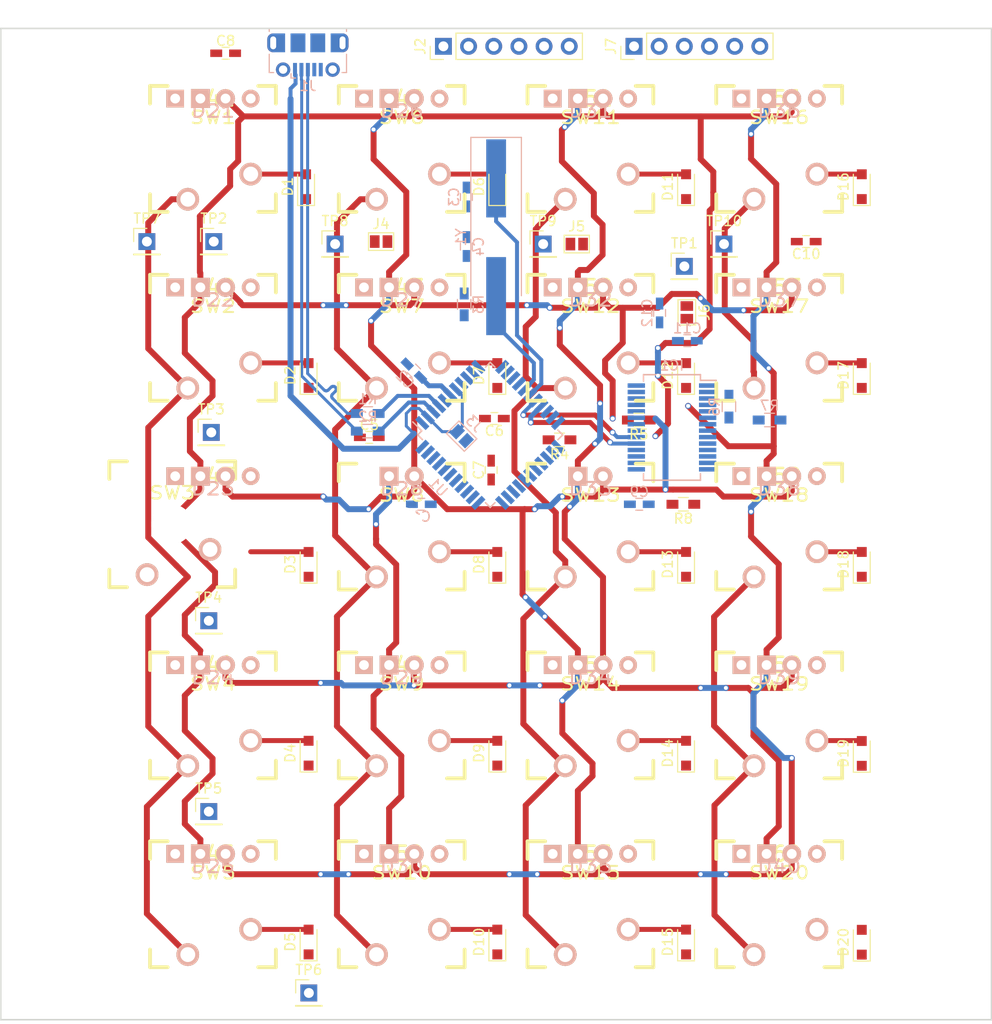
<source format=kicad_pcb>
(kicad_pcb (version 4) (host pcbnew 4.0.7)
  (layers (0 F.Cu signal) (31 B.Cu signal) (34 B.Paste user) (35 F.Paste user) (36 B.SilkS user) (37 F.SilkS user) (38 B.Mask user) (39 F.Mask user) (44 Edge.Cuts user))
  (net 0 "")
  (net 1 GND)
  (net 2 "Net-(C1-Pad2)")
  (net 3 "Net-(C2-Pad2)")
  (net 4 "Net-(C3-Pad1)")
  (net 5 "Net-(C4-Pad1)")
  (net 6 VCC)
  (net 7 "Net-(C9-Pad2)")
  (net 8 /Controller/AIN)
  (net 9 "Net-(C10-Pad2)")
  (net 10 /Controller/ROW0)
  (net 11 "Net-(D1-Pad2)")
  (net 12 /Controller/ROW1)
  (net 13 "Net-(D2-Pad2)")
  (net 14 /Controller/ROW2)
  (net 15 "Net-(D3-Pad2)")
  (net 16 /Controller/ROW3)
  (net 17 "Net-(D4-Pad2)")
  (net 18 /Controller/ROW4)
  (net 19 "Net-(D5-Pad2)")
  (net 20 "Net-(D6-Pad2)")
  (net 21 "Net-(D7-Pad2)")
  (net 22 "Net-(D8-Pad2)")
  (net 23 "Net-(D9-Pad2)")
  (net 24 "Net-(D10-Pad2)")
  (net 25 "Net-(D11-Pad2)")
  (net 26 "Net-(D12-Pad2)")
  (net 27 "Net-(D13-Pad2)")
  (net 28 "Net-(D14-Pad2)")
  (net 29 "Net-(D15-Pad2)")
  (net 30 "Net-(D16-Pad2)")
  (net 31 "Net-(D17-Pad2)")
  (net 32 "Net-(D18-Pad2)")
  (net 33 "Net-(D19-Pad2)")
  (net 34 "Net-(D20-Pad2)")
  (net 35 /Controller/CA1)
  (net 36 /Controller/CA2)
  (net 37 /Controller/CA3)
  (net 38 /Controller/CA4)
  (net 39 /Controller/CA5)
  (net 40 /Controller/CA9)
  (net 41 /Controller/SHUTDOWN)
  (net 42 /Controller/INTB)
  (net 43 "Net-(IC1-Pad6)")
  (net 44 /Controller/CB1)
  (net 45 /Controller/CB2)
  (net 46 /Controller/CB3)
  (net 47 /Controller/CB4)
  (net 48 /Controller/CB5)
  (net 49 /Controller/CB6)
  (net 50 /Controller/CB7)
  (net 51 /Controller/CB8)
  (net 52 /Controller/CB9)
  (net 53 /Controller/SDA)
  (net 54 /Controller/SCL)
  (net 55 /Controller/CA6)
  (net 56 /Controller/CA7)
  (net 57 /Controller/CA8)
  (net 58 UVCC)
  (net 59 "Net-(J1-Pad4)")
  (net 60 /Controller/MISO)
  (net 61 /Controller/SCK)
  (net 62 /Controller/MOSI)
  (net 63 /Controller/RESET)
  (net 64 /Controller/COL1)
  (net 65 /Controller/COL2)
  (net 66 /Controller/COL3)
  (net 67 /Controller/D+)
  (net 68 /Controller/D-)
  (net 69 /Controller/COL0)
  (net 70 /Controller/COL15)
  (net 71 /Controller/COL7)
  (net 72 /Controller/COL11)
  (net 73 /Controller/COL10)
  (net 74 /Controller/COL12)
  (net 75 /Controller/COL13)
  (net 76 /Controller/COL4)
  (net 77 /Controller/COL5)
  (net 78 /Controller/COL6)
  (net 79 /Controller/COL8)
  (net 80 /Controller/COL9)
  (net 81 /Controller/COL14)
  (net 82 /Controller/ROW5)
  (net 83 "Net-(D41-Pad1)")
  (net 84 "Net-(D41-Pad2)")
  (net 85 "Net-(D42-Pad1)")
  (net 86 "Net-(D42-Pad2)")
  (net 87 "Net-(D43-Pad1)")
  (net 88 "Net-(D43-Pad2)")
  (net 89 "Net-(D44-Pad1)")
  (net 90 "Net-(D44-Pad2)")
  (net 91 "Net-(D45-Pad1)")
  (net 92 "Net-(D45-Pad2)")
  (net 93 "Net-(D46-Pad1)")
  (net 94 "Net-(D46-Pad2)")
  (net 95 "Net-(D47-Pad1)")
  (net 96 "Net-(D47-Pad2)")
  (net 97 "Net-(D49-Pad1)")
  (net 98 "Net-(D49-Pad2)")
  (net 99 "Net-(D50-Pad1)")
  (net 100 "Net-(D50-Pad2)")
  (net 101 "Net-(D51-Pad1)")
  (net 102 "Net-(D51-Pad2)")
  (net 103 "Net-(D52-Pad1)")
  (net 104 "Net-(D52-Pad2)")
  (net 105 "Net-(D54-Pad1)")
  (net 106 "Net-(D54-Pad2)")
  (net 107 "Net-(D55-Pad1)")
  (net 108 "Net-(D55-Pad2)")
  (net 109 "Net-(D56-Pad1)")
  (net 110 "Net-(D56-Pad2)")
  (net 111 "Net-(D57-Pad1)")
  (net 112 "Net-(D57-Pad2)")
  (net 113 "Net-(D58-Pad1)")
  (net 114 "Net-(D58-Pad2)")
  (net 115 "Net-(D59-Pad1)")
  (net 116 "Net-(D59-Pad2)")
  (net 117 "Net-(D60-Pad1)")
  (net 118 "Net-(D60-Pad2)")
  (net 119 /Controller/USB_D-)
  (net 120 /Controller/USB_D+)
  (module footprints:CHERRY_PCB_100H (layer F.Cu) (at 81.47 72.2 180)
    (fp_text reference SW7 (at 0 3.175 180) (layer F.SilkS) (effects (font (size 1.27 1.524) (thickness 0.2032))))
    (fp_text value 8 hide)
    (pad 1 thru_hole circle (at 2.54 -5.08 180) (size 2.286 2.286) (drill 1.4986) (layers *.Cu *.SilkS *.Mask) (net 64 /Controller/COL1))
    (pad 2 thru_hole circle (at -3.81 -2.54 180) (size 2.286 2.286) (drill 1.4986) (layers *.Cu *.SilkS *.Mask) (net 21 "Net-(D7-Pad2)"))
    (pad HOLE np_thru_hole circle (at 0 0 180) (size 3.9878 3.9878) (drill 3.9878) (layers *.Cu))
    (pad HOLE np_thru_hole circle (at -5.08 0 180) (size 1.7018 1.7018) (drill 1.7018) (layers *.Cu))
    (pad HOLE np_thru_hole circle (at 5.08 0 180) (size 1.7018 1.7018) (drill 1.7018) (layers *.Cu))
  )
  (module footprints:CHERRY_MX_DIODE (layer F.Cu) (at 62.42 110.3 180)
    (fp_text reference D44 (at 0 5.08 180) (layer F.SilkS) (effects (font (thickness 0.254))))
    (fp_text value D hide)
    (pad 1 thru_hole circle (at -3.81 5.08 180) (size 1.778 1.778) (drill 0.9906) (layers *.Cu *.SilkS *.Mask) (net 89 "Net-(D44-Pad1)"))
    (pad 2 thru_hole rect (at 3.81 5.08 180) (size 1.778 1.778) (drill 0.9906) (layers *.Cu *.SilkS *.Mask) (net 90 "Net-(D44-Pad2)"))
  )
  (module footprints:CHERRY_PCB_100H (layer F.Cu) (at 58.312 91.018 180)
    (fp_text reference SW3 (at 0 3.175 180) (layer F.SilkS) (effects (font (size 1.27 1.524) (thickness 0.2032))))
    (fp_text value 4 hide)
    (pad 1 thru_hole circle (at 2.54 -5.08 180) (size 2.286 2.286) (drill 1.4986) (layers *.Cu *.SilkS *.Mask) (net 69 /Controller/COL0))
    (pad 2 thru_hole circle (at -3.81 -2.54 180) (size 2.286 2.286) (drill 1.4986) (layers *.Cu *.SilkS *.Mask) (net 15 "Net-(D3-Pad2)"))
    (pad HOLE np_thru_hole circle (at 0 0 180) (size 3.9878 3.9878) (drill 3.9878) (layers *.Cu))
    (pad HOLE np_thru_hole circle (at -5.08 0 180) (size 1.7018 1.7018) (drill 1.7018) (layers *.Cu))
    (pad HOLE np_thru_hole circle (at 5.08 0 180) (size 1.7018 1.7018) (drill 1.7018) (layers *.Cu))
  )
  (module Pin_Headers:Pin_Header_Straight_1x01_Pitch2.54mm (layer F.Cu) (at 62 120)
    (fp_text reference TP5 (at 0 -2.33) (layer F.SilkS))
    (fp_text value TEST)
    (pad 1 thru_hole rect (at 0 0) (size 1.7 1.7) (drill 1) (layers *.Cu *.Mask) (net 16 /Controller/ROW3))
  )
  (module footprints:CHERRY_PCB_100H (layer F.Cu) (at 62.42 110.3 180)
    (fp_text reference SW4 (at 0 3.175 180) (layer F.SilkS) (effects (font (size 1.27 1.524) (thickness 0.2032))))
    (fp_text value 1 hide)
    (pad 1 thru_hole circle (at 2.54 -5.08 180) (size 2.286 2.286) (drill 1.4986) (layers *.Cu *.SilkS *.Mask) (net 69 /Controller/COL0))
    (pad 2 thru_hole circle (at -3.81 -2.54 180) (size 2.286 2.286) (drill 1.4986) (layers *.Cu *.SilkS *.Mask) (net 17 "Net-(D4-Pad2)"))
    (pad HOLE np_thru_hole circle (at 0 0 180) (size 3.9878 3.9878) (drill 3.9878) (layers *.Cu))
    (pad HOLE np_thru_hole circle (at -5.08 0 180) (size 1.7018 1.7018) (drill 1.7018) (layers *.Cu))
    (pad HOLE np_thru_hole circle (at 5.08 0 180) (size 1.7018 1.7018) (drill 1.7018) (layers *.Cu))
  )
  (module footprints:CHERRY_PCB_100H (layer F.Cu) (at 62.42 53.15 180)
    (fp_text reference SW1 (at 0 3.175 180) (layer F.SilkS) (effects (font (size 1.27 1.524) (thickness 0.2032))))
    (fp_text value + hide)
    (pad 1 thru_hole circle (at 2.54 -5.08 180) (size 2.286 2.286) (drill 1.4986) (layers *.Cu *.SilkS *.Mask) (net 69 /Controller/COL0))
    (pad 2 thru_hole circle (at -3.81 -2.54 180) (size 2.286 2.286) (drill 1.4986) (layers *.Cu *.SilkS *.Mask) (net 11 "Net-(D1-Pad2)"))
    (pad HOLE np_thru_hole circle (at 0 0 180) (size 3.9878 3.9878) (drill 3.9878) (layers *.Cu))
    (pad HOLE np_thru_hole circle (at -5.08 0 180) (size 1.7018 1.7018) (drill 1.7018) (layers *.Cu))
    (pad HOLE np_thru_hole circle (at 5.08 0 180) (size 1.7018 1.7018) (drill 1.7018) (layers *.Cu))
  )
  (module Capacitors_SMD:C_0603_HandSoldering (layer B.Cu) (at 83.45 89)
    (fp_text reference C1 (at 0 1.25) (layer B.SilkS) (effects (justify mirror)))
    (fp_text value 100nF)
    (pad 1 smd rect (at -0.95 0) (size 1.2 0.75) (layers B.Cu B.Paste B.Mask) (net 1 GND))
    (pad 2 smd rect (at 0.95 0) (size 1.2 0.75) (layers B.Cu B.Paste B.Mask) (net 2 "Net-(C1-Pad2)"))
  )
  (module Capacitors_SMD:C_0603_HandSoldering (layer B.Cu) (at 82.696 75.524 315)
    (fp_text reference C2 (at 0 1.25 315) (layer B.SilkS) (effects (justify mirror)))
    (fp_text value 1uF)
    (pad 1 smd rect (at -0.95 0 315) (size 1.2 0.75) (layers B.Cu B.Paste B.Mask) (net 1 GND))
    (pad 2 smd rect (at 0.95 0 315) (size 1.2 0.75) (layers B.Cu B.Paste B.Mask) (net 3 "Net-(C2-Pad2)"))
  )
  (module Capacitors_SMD:C_0603_HandSoldering (layer B.Cu) (at 88 58 270)
    (fp_text reference C3 (at 0 1.25 270) (layer B.SilkS) (effects (justify mirror)))
    (fp_text value 22pF)
    (pad 1 smd rect (at -0.95 0 270) (size 1.2 0.75) (layers B.Cu B.Paste B.Mask) (net 4 "Net-(C3-Pad1)"))
    (pad 2 smd rect (at 0.95 0 270) (size 1.2 0.75) (layers B.Cu B.Paste B.Mask) (net 1 GND))
  )
  (module Capacitors_SMD:C_0603_HandSoldering (layer B.Cu) (at 88 63 90)
    (fp_text reference C4 (at 0 1.25 90) (layer B.SilkS) (effects (justify mirror)))
    (fp_text value 22pF)
    (pad 1 smd rect (at -0.95 0 90) (size 1.2 0.75) (layers B.Cu B.Paste B.Mask) (net 5 "Net-(C4-Pad1)"))
    (pad 2 smd rect (at 0.95 0 90) (size 1.2 0.75) (layers B.Cu B.Paste B.Mask) (net 1 GND))
  )
  (module Capacitors_SMD:C_0603_HandSoldering (layer F.Cu) (at 78.2 82.25)
    (fp_text reference C5 (at 0 -1.25) (layer F.SilkS))
    (fp_text value 100nF)
    (pad 1 smd rect (at -0.95 0) (size 1.2 0.75) (layers F.Cu F.Paste F.Mask) (net 1 GND))
    (pad 2 smd rect (at 0.95 0) (size 1.2 0.75) (layers F.Cu F.Paste F.Mask) (net 6 VCC))
  )
  (module Capacitors_SMD:C_0603_HandSoldering (layer F.Cu) (at 90.824 80.35 180)
    (fp_text reference C6 (at 0 -1.25 180) (layer F.SilkS))
    (fp_text value 100nF)
    (pad 1 smd rect (at -0.95 0 180) (size 1.2 0.75) (layers F.Cu F.Paste F.Mask) (net 1 GND))
    (pad 2 smd rect (at 0.95 0 180) (size 1.2 0.75) (layers F.Cu F.Paste F.Mask) (net 6 VCC))
  )
  (module Capacitors_SMD:C_0603_HandSoldering (layer F.Cu) (at 90.5 85.55 90)
    (fp_text reference C7 (at 0 -1.25 90) (layer F.SilkS))
    (fp_text value 10uF)
    (pad 1 smd rect (at -0.95 0 90) (size 1.2 0.75) (layers F.Cu F.Paste F.Mask) (net 1 GND))
    (pad 2 smd rect (at 0.95 0 90) (size 1.2 0.75) (layers F.Cu F.Paste F.Mask) (net 6 VCC))
  )
  (module Capacitors_SMD:C_0603_HandSoldering (layer F.Cu) (at 63.7 43.5)
    (fp_text reference C8 (at 0 -1.25) (layer F.SilkS))
    (fp_text value 10uF)
    (pad 1 smd rect (at -0.95 0) (size 1.2 0.75) (layers F.Cu F.Paste F.Mask) (net 1 GND))
    (pad 2 smd rect (at 0.95 0) (size 1.2 0.75) (layers F.Cu F.Paste F.Mask) (net 6 VCC))
  )
  (module Capacitors_SMD:C_0603_HandSoldering (layer B.Cu) (at 105.45 89 180)
    (fp_text reference C9 (at 0 1.25 180) (layer B.SilkS) (effects (justify mirror)))
    (fp_text value 100nF)
    (pad 1 smd rect (at -0.95 0 180) (size 1.2 0.75) (layers B.Cu B.Paste B.Mask) (net 1 GND))
    (pad 2 smd rect (at 0.95 0 180) (size 1.2 0.75) (layers B.Cu B.Paste B.Mask) (net 7 "Net-(C9-Pad2)"))
  )
  (module Capacitors_SMD:C_0603_HandSoldering (layer F.Cu) (at 122.3 62.5 180)
    (fp_text reference C10 (at 0 -1.25 180) (layer F.SilkS))
    (fp_text value 220nF)
    (pad 1 smd rect (at -0.95 0 180) (size 1.2 0.75) (layers F.Cu F.Paste F.Mask) (net 8 /Controller/AIN))
    (pad 2 smd rect (at 0.95 0 180) (size 1.2 0.75) (layers F.Cu F.Paste F.Mask) (net 9 "Net-(C10-Pad2)"))
  )
  (module Capacitors_SMD:C_0603_HandSoldering (layer B.Cu) (at 110.3 72.5 180)
    (fp_text reference C11 (at 0 1.25 180) (layer B.SilkS) (effects (justify mirror)))
    (fp_text value 100nF)
    (pad 1 smd rect (at -0.95 0 180) (size 1.2 0.75) (layers B.Cu B.Paste B.Mask) (net 1 GND))
    (pad 2 smd rect (at 0.95 0 180) (size 1.2 0.75) (layers B.Cu B.Paste B.Mask) (net 6 VCC))
  )
  (module Capacitors_SMD:C_0603_HandSoldering (layer B.Cu) (at 107.5 69.7 270)
    (fp_text reference C12 (at 0 1.25 270) (layer B.SilkS) (effects (justify mirror)))
    (fp_text value 10uF)
    (pad 1 smd rect (at -0.95 0 270) (size 1.2 0.75) (layers B.Cu B.Paste B.Mask) (net 1 GND))
    (pad 2 smd rect (at 0.95 0 270) (size 1.2 0.75) (layers B.Cu B.Paste B.Mask) (net 6 VCC))
  )
  (module Diodes_SMD:D_SOD-323_HandSoldering (layer F.Cu) (at 71.818 56.96 90)
    (fp_text reference D1 (at 0 -1.85 90) (layer F.SilkS))
    (fp_text value D00)
    (pad 1 smd rect (at -1.25 0 90) (size 1 1) (layers F.Cu F.Paste F.Mask) (net 10 /Controller/ROW0))
    (pad 2 smd rect (at 1.25 0 90) (size 1 1) (layers F.Cu F.Paste F.Mask) (net 11 "Net-(D1-Pad2)"))
  )
  (module Diodes_SMD:D_SOD-323_HandSoldering (layer F.Cu) (at 72.072 76.01 90)
    (fp_text reference D2 (at 0 -1.85 90) (layer F.SilkS))
    (fp_text value D10)
    (pad 1 smd rect (at -1.25 0 90) (size 1 1) (layers F.Cu F.Paste F.Mask) (net 12 /Controller/ROW1))
    (pad 2 smd rect (at 1.25 0 90) (size 1 1) (layers F.Cu F.Paste F.Mask) (net 13 "Net-(D2-Pad2)"))
  )
  (module Diodes_SMD:D_SOD-323_HandSoldering (layer F.Cu) (at 72.072 95.06 90)
    (fp_text reference D3 (at 0 -1.85 90) (layer F.SilkS))
    (fp_text value D20)
    (pad 1 smd rect (at -1.25 0 90) (size 1 1) (layers F.Cu F.Paste F.Mask) (net 14 /Controller/ROW2))
    (pad 2 smd rect (at 1.25 0 90) (size 1 1) (layers F.Cu F.Paste F.Mask) (net 15 "Net-(D3-Pad2)"))
  )
  (module Diodes_SMD:D_SOD-323_HandSoldering (layer F.Cu) (at 72.072 114.11 90)
    (fp_text reference D4 (at 0 -1.85 90) (layer F.SilkS))
    (fp_text value D30)
    (pad 1 smd rect (at -1.25 0 90) (size 1 1) (layers F.Cu F.Paste F.Mask) (net 16 /Controller/ROW3))
    (pad 2 smd rect (at 1.25 0 90) (size 1 1) (layers F.Cu F.Paste F.Mask) (net 17 "Net-(D4-Pad2)"))
  )
  (module Diodes_SMD:D_SOD-323_HandSoldering (layer F.Cu) (at 72.072 133.16 90)
    (fp_text reference D5 (at 0 -1.85 90) (layer F.SilkS))
    (fp_text value D40)
    (pad 1 smd rect (at -1.25 0 90) (size 1 1) (layers F.Cu F.Paste F.Mask) (net 18 /Controller/ROW4))
    (pad 2 smd rect (at 1.25 0 90) (size 1 1) (layers F.Cu F.Paste F.Mask) (net 19 "Net-(D5-Pad2)"))
  )
  (module Diodes_SMD:D_SOD-323_HandSoldering (layer F.Cu) (at 91.122 56.96 90)
    (fp_text reference D6 (at 0 -1.85 90) (layer F.SilkS))
    (fp_text value D01)
    (pad 1 smd rect (at -1.25 0 90) (size 1 1) (layers F.Cu F.Paste F.Mask) (net 10 /Controller/ROW0))
    (pad 2 smd rect (at 1.25 0 90) (size 1 1) (layers F.Cu F.Paste F.Mask) (net 20 "Net-(D6-Pad2)"))
  )
  (module Diodes_SMD:D_SOD-323_HandSoldering (layer F.Cu) (at 91.122 76.01 90)
    (fp_text reference D7 (at 0 -1.85 90) (layer F.SilkS))
    (fp_text value D11)
    (pad 1 smd rect (at -1.25 0 90) (size 1 1) (layers F.Cu F.Paste F.Mask) (net 12 /Controller/ROW1))
    (pad 2 smd rect (at 1.25 0 90) (size 1 1) (layers F.Cu F.Paste F.Mask) (net 21 "Net-(D7-Pad2)"))
  )
  (module Diodes_SMD:D_SOD-323_HandSoldering (layer F.Cu) (at 91.122 95.06 90)
    (fp_text reference D8 (at 0 -1.85 90) (layer F.SilkS))
    (fp_text value D21)
    (pad 1 smd rect (at -1.25 0 90) (size 1 1) (layers F.Cu F.Paste F.Mask) (net 14 /Controller/ROW2))
    (pad 2 smd rect (at 1.25 0 90) (size 1 1) (layers F.Cu F.Paste F.Mask) (net 22 "Net-(D8-Pad2)"))
  )
  (module Diodes_SMD:D_SOD-323_HandSoldering (layer F.Cu) (at 91.122 114.11 90)
    (fp_text reference D9 (at 0 -1.85 90) (layer F.SilkS))
    (fp_text value D31)
    (pad 1 smd rect (at -1.25 0 90) (size 1 1) (layers F.Cu F.Paste F.Mask) (net 16 /Controller/ROW3))
    (pad 2 smd rect (at 1.25 0 90) (size 1 1) (layers F.Cu F.Paste F.Mask) (net 23 "Net-(D9-Pad2)"))
  )
  (module Diodes_SMD:D_SOD-323_HandSoldering (layer F.Cu) (at 91.122 133.16 90)
    (fp_text reference D10 (at 0 -1.85 90) (layer F.SilkS))
    (fp_text value D41)
    (pad 1 smd rect (at -1.25 0 90) (size 1 1) (layers F.Cu F.Paste F.Mask) (net 18 /Controller/ROW4))
    (pad 2 smd rect (at 1.25 0 90) (size 1 1) (layers F.Cu F.Paste F.Mask) (net 24 "Net-(D10-Pad2)"))
  )
  (module Diodes_SMD:D_SOD-323_HandSoldering (layer F.Cu) (at 110.172 56.96 90)
    (fp_text reference D11 (at 0 -1.85 90) (layer F.SilkS))
    (fp_text value D02)
    (pad 1 smd rect (at -1.25 0 90) (size 1 1) (layers F.Cu F.Paste F.Mask) (net 10 /Controller/ROW0))
    (pad 2 smd rect (at 1.25 0 90) (size 1 1) (layers F.Cu F.Paste F.Mask) (net 25 "Net-(D11-Pad2)"))
  )
  (module Diodes_SMD:D_SOD-323_HandSoldering (layer F.Cu) (at 110.172 76.01 90)
    (fp_text reference D12 (at 0 -1.85 90) (layer F.SilkS))
    (fp_text value D12)
    (pad 1 smd rect (at -1.25 0 90) (size 1 1) (layers F.Cu F.Paste F.Mask) (net 12 /Controller/ROW1))
    (pad 2 smd rect (at 1.25 0 90) (size 1 1) (layers F.Cu F.Paste F.Mask) (net 26 "Net-(D12-Pad2)"))
  )
  (module Diodes_SMD:D_SOD-323_HandSoldering (layer F.Cu) (at 110.172 95.06 90)
    (fp_text reference D13 (at 0 -1.85 90) (layer F.SilkS))
    (fp_text value D22)
    (pad 1 smd rect (at -1.25 0 90) (size 1 1) (layers F.Cu F.Paste F.Mask) (net 14 /Controller/ROW2))
    (pad 2 smd rect (at 1.25 0 90) (size 1 1) (layers F.Cu F.Paste F.Mask) (net 27 "Net-(D13-Pad2)"))
  )
  (module Diodes_SMD:D_SOD-323_HandSoldering (layer F.Cu) (at 110.172 114.11 90)
    (fp_text reference D14 (at 0 -1.85 90) (layer F.SilkS))
    (fp_text value D32)
    (pad 1 smd rect (at -1.25 0 90) (size 1 1) (layers F.Cu F.Paste F.Mask) (net 16 /Controller/ROW3))
    (pad 2 smd rect (at 1.25 0 90) (size 1 1) (layers F.Cu F.Paste F.Mask) (net 28 "Net-(D14-Pad2)"))
  )
  (module Diodes_SMD:D_SOD-323_HandSoldering (layer F.Cu) (at 110.172 133.16 90)
    (fp_text reference D15 (at 0 -1.85 90) (layer F.SilkS))
    (fp_text value D42)
    (pad 1 smd rect (at -1.25 0 90) (size 1 1) (layers F.Cu F.Paste F.Mask) (net 18 /Controller/ROW4))
    (pad 2 smd rect (at 1.25 0 90) (size 1 1) (layers F.Cu F.Paste F.Mask) (net 29 "Net-(D15-Pad2)"))
  )
  (module Diodes_SMD:D_SOD-323_HandSoldering (layer F.Cu) (at 127.908 56.96 90)
    (fp_text reference D16 (at 0 -1.85 90) (layer F.SilkS))
    (fp_text value D03)
    (pad 1 smd rect (at -1.25 0 90) (size 1 1) (layers F.Cu F.Paste F.Mask) (net 10 /Controller/ROW0))
    (pad 2 smd rect (at 1.25 0 90) (size 1 1) (layers F.Cu F.Paste F.Mask) (net 30 "Net-(D16-Pad2)"))
  )
  (module Diodes_SMD:D_SOD-323_HandSoldering (layer F.Cu) (at 127.908 76.01 90)
    (fp_text reference D17 (at 0 -1.85 90) (layer F.SilkS))
    (fp_text value D13)
    (pad 1 smd rect (at -1.25 0 90) (size 1 1) (layers F.Cu F.Paste F.Mask) (net 12 /Controller/ROW1))
    (pad 2 smd rect (at 1.25 0 90) (size 1 1) (layers F.Cu F.Paste F.Mask) (net 31 "Net-(D17-Pad2)"))
  )
  (module Diodes_SMD:D_SOD-323_HandSoldering (layer F.Cu) (at 127.908 95.06 90)
    (fp_text reference D18 (at 0 -1.85 90) (layer F.SilkS))
    (fp_text value D23)
    (pad 1 smd rect (at -1.25 0 90) (size 1 1) (layers F.Cu F.Paste F.Mask) (net 14 /Controller/ROW2))
    (pad 2 smd rect (at 1.25 0 90) (size 1 1) (layers F.Cu F.Paste F.Mask) (net 32 "Net-(D18-Pad2)"))
  )
  (module Diodes_SMD:D_SOD-323_HandSoldering (layer F.Cu) (at 127.908 114.132 90)
    (fp_text reference D19 (at 0 -1.85 90) (layer F.SilkS))
    (fp_text value D33)
    (pad 1 smd rect (at -1.25 0 90) (size 1 1) (layers F.Cu F.Paste F.Mask) (net 16 /Controller/ROW3))
    (pad 2 smd rect (at 1.25 0 90) (size 1 1) (layers F.Cu F.Paste F.Mask) (net 33 "Net-(D19-Pad2)"))
  )
  (module Diodes_SMD:D_SOD-323_HandSoldering (layer F.Cu) (at 127.908 133.182 90)
    (fp_text reference D20 (at 0 -1.85 90) (layer F.SilkS))
    (fp_text value D43)
    (pad 1 smd rect (at -1.25 0 90) (size 1 1) (layers F.Cu F.Paste F.Mask) (net 18 /Controller/ROW4))
    (pad 2 smd rect (at 1.25 0 90) (size 1 1) (layers F.Cu F.Paste F.Mask) (net 34 "Net-(D20-Pad2)"))
  )
  (module Housings_SSOP:SSOP-28_5.3x10.2mm_Pitch0.65mm (layer B.Cu) (at 108.75 81.25 180)
    (fp_text reference IC1 (at 0 6.25 180) (layer B.SilkS) (effects (justify mirror)))
    (fp_text value IS31FL3731)
    (pad 1 smd rect (at -3.6 4.225 180) (size 1.75 0.45) (layers B.Cu B.Paste B.Mask) (net 40 /Controller/CA9))
    (pad 2 smd rect (at -3.6 3.575 180) (size 1.75 0.45) (layers B.Cu B.Paste B.Mask) (net 6 VCC))
    (pad 3 smd rect (at -3.6 2.925 180) (size 1.75 0.45) (layers B.Cu B.Paste B.Mask) (net 41 /Controller/SHUTDOWN))
    (pad 4 smd rect (at -3.6 2.275 180) (size 1.75 0.45) (layers B.Cu B.Paste B.Mask) (net 42 /Controller/INTB))
    (pad 5 smd rect (at -3.6 1.625 180) (size 1.75 0.45) (layers B.Cu B.Paste B.Mask) (net 1 GND))
    (pad 6 smd rect (at -3.6 0.975 180) (size 1.75 0.45) (layers B.Cu B.Paste B.Mask) (net 43 "Net-(IC1-Pad6)"))
    (pad 7 smd rect (at -3.6 0.325 180) (size 1.75 0.45) (layers B.Cu B.Paste B.Mask) (net 44 /Controller/CB1))
    (pad 8 smd rect (at -3.6 -0.325 180) (size 1.75 0.45) (layers B.Cu B.Paste B.Mask) (net 45 /Controller/CB2))
    (pad 9 smd rect (at -3.6 -0.975 180) (size 1.75 0.45) (layers B.Cu B.Paste B.Mask) (net 46 /Controller/CB3))
    (pad 10 smd rect (at -3.6 -1.625 180) (size 1.75 0.45) (layers B.Cu B.Paste B.Mask) (net 47 /Controller/CB4))
    (pad 11 smd rect (at -3.6 -2.275 180) (size 1.75 0.45) (layers B.Cu B.Paste B.Mask) (net 48 /Controller/CB5))
    (pad 12 smd rect (at -3.6 -2.925 180) (size 1.75 0.45) (layers B.Cu B.Paste B.Mask) (net 49 /Controller/CB6))
    (pad 13 smd rect (at -3.6 -3.575 180) (size 1.75 0.45) (layers B.Cu B.Paste B.Mask) (net 50 /Controller/CB7))
    (pad 14 smd rect (at -3.6 -4.225 180) (size 1.75 0.45) (layers B.Cu B.Paste B.Mask) (net 51 /Controller/CB8))
    (pad 15 smd rect (at 3.6 -4.225 180) (size 1.75 0.45) (layers B.Cu B.Paste B.Mask) (net 52 /Controller/CB9))
    (pad 16 smd rect (at 3.6 -3.575 180) (size 1.75 0.45) (layers B.Cu B.Paste B.Mask) (net 7 "Net-(C9-Pad2)"))
    (pad 17 smd rect (at 3.6 -2.925 180) (size 1.75 0.45) (layers B.Cu B.Paste B.Mask) (net 9 "Net-(C10-Pad2)"))
    (pad 18 smd rect (at 3.6 -2.275 180) (size 1.75 0.45) (layers B.Cu B.Paste B.Mask) (net 1 GND))
    (pad 19 smd rect (at 3.6 -1.625 180) (size 1.75 0.45) (layers B.Cu B.Paste B.Mask) (net 53 /Controller/SDA))
    (pad 20 smd rect (at 3.6 -0.975 180) (size 1.75 0.45) (layers B.Cu B.Paste B.Mask) (net 54 /Controller/SCL))
    (pad 21 smd rect (at 3.6 -0.325 180) (size 1.75 0.45) (layers B.Cu B.Paste B.Mask) (net 35 /Controller/CA1))
    (pad 22 smd rect (at 3.6 0.325 180) (size 1.75 0.45) (layers B.Cu B.Paste B.Mask) (net 36 /Controller/CA2))
    (pad 23 smd rect (at 3.6 0.975 180) (size 1.75 0.45) (layers B.Cu B.Paste B.Mask) (net 37 /Controller/CA3))
    (pad 24 smd rect (at 3.6 1.625 180) (size 1.75 0.45) (layers B.Cu B.Paste B.Mask) (net 38 /Controller/CA4))
    (pad 25 smd rect (at 3.6 2.275 180) (size 1.75 0.45) (layers B.Cu B.Paste B.Mask) (net 39 /Controller/CA5))
    (pad 26 smd rect (at 3.6 2.925 180) (size 1.75 0.45) (layers B.Cu B.Paste B.Mask) (net 55 /Controller/CA6))
    (pad 27 smd rect (at 3.6 3.575 180) (size 1.75 0.45) (layers B.Cu B.Paste B.Mask) (net 56 /Controller/CA7))
    (pad 28 smd rect (at 3.6 4.225 180) (size 1.75 0.45) (layers B.Cu B.Paste B.Mask) (net 57 /Controller/CA8))
  )
  (module Connectors_USB:USB_Micro-B_Molex-105017-0001 (layer B.Cu) (at 72 42.8)
    (fp_text reference J1 (at 0 4) (layer B.SilkS) (effects (justify mirror)))
    (fp_text value USB_OTG)
    (pad 6 smd rect (at 1 -0.35) (size 1.5 1.9) (layers B.Cu B.Paste B.Mask) (net 1 GND))
    (pad 6 thru_hole circle (at -2.5 2.35) (size 1.45 1.45) (drill 0.85) (layers *.Cu *.Mask) (net 1 GND))
    (pad 2 smd rect (at -0.65 2.35) (size 0.4 1.35) (layers B.Cu B.Paste B.Mask) (net 119 /Controller/USB_D-))
    (pad 1 smd rect (at -1.3 2.35) (size 0.4 1.35) (layers B.Cu B.Paste B.Mask) (net 58 UVCC))
    (pad 5 smd rect (at 1.3 2.35) (size 0.4 1.35) (layers B.Cu B.Paste B.Mask) (net 1 GND))
    (pad 4 smd rect (at 0.65 2.35) (size 0.4 1.35) (layers B.Cu B.Paste B.Mask) (net 59 "Net-(J1-Pad4)"))
    (pad 3 smd rect (at 0 2.35) (size 0.4 1.35) (layers B.Cu B.Paste B.Mask) (net 120 /Controller/USB_D+))
    (pad 6 thru_hole circle (at 2.5 2.35) (size 1.45 1.45) (drill 0.85) (layers *.Cu *.Mask) (net 1 GND))
    (pad 6 smd rect (at -1 -0.35) (size 1.5 1.9) (layers B.Cu B.Paste B.Mask) (net 1 GND))
    (pad 6 thru_hole oval (at -3.5 -0.35 180) (size 1.2 1.9) (drill oval 0.6 1.3) (layers *.Cu *.Mask) (net 1 GND))
    (pad 6 thru_hole oval (at 3.5 -0.35) (size 1.2 1.9) (drill oval 0.6 1.3) (layers *.Cu *.Mask) (net 1 GND))
    (pad 6 smd rect (at 2.9 -0.35) (size 1.2 1.9) (layers B.Cu B.Mask) (net 1 GND))
    (pad 6 smd rect (at -2.9 -0.35) (size 1.2 1.9) (layers B.Cu B.Mask) (net 1 GND))
  )
  (module Connectors:GS2 (layer B.Cu) (at 87.522 82.128 45)
    (fp_text reference J3 (at 1.78 0 315) (layer B.SilkS) (effects (justify mirror)))
    (fp_text value GS2)
    (pad 1 smd rect (at 0 0.64 45) (size 1.27 0.97) (layers B.Cu B.Paste B.Mask) (net 6 VCC))
    (pad 2 smd rect (at 0 -0.64 45) (size 1.27 0.97) (layers B.Cu B.Paste B.Mask) (net 58 UVCC))
  )
  (module Connectors:GS2 (layer F.Cu) (at 79.39 62.5 90)
    (fp_text reference J4 (at 1.78 0 180) (layer F.SilkS))
    (fp_text value GS2)
    (pad 1 smd rect (at 0 -0.64 90) (size 1.27 0.97) (layers F.Cu F.Paste F.Mask) (net 64 /Controller/COL1))
    (pad 2 smd rect (at 0 0.64 90) (size 1.27 0.97) (layers F.Cu F.Paste F.Mask) (net 61 /Controller/SCK))
  )
  (module Connectors:GS2 (layer F.Cu) (at 99.14 62.75 90)
    (fp_text reference J5 (at 1.78 0 180) (layer F.SilkS))
    (fp_text value GS2)
    (pad 1 smd rect (at 0 -0.64 90) (size 1.27 0.97) (layers F.Cu F.Paste F.Mask) (net 65 /Controller/COL2))
    (pad 2 smd rect (at 0 0.64 90) (size 1.27 0.97) (layers F.Cu F.Paste F.Mask) (net 62 /Controller/MOSI))
  )
  (module Connectors:GS2 (layer F.Cu) (at 110.25 69.64)
    (fp_text reference J6 (at 1.78 0 90) (layer F.SilkS))
    (fp_text value GS2)
    (pad 1 smd rect (at 0 -0.64) (size 1.27 0.97) (layers F.Cu F.Paste F.Mask) (net 66 /Controller/COL3))
    (pad 2 smd rect (at 0 0.64) (size 1.27 0.97) (layers F.Cu F.Paste F.Mask) (net 60 /Controller/MISO))
  )
  (module Pin_Headers:Pin_Header_Straight_1x06_Pitch2.54mm (layer F.Cu) (at 104.92 42.8 90)
    (fp_text reference J7 (at 0 -2.33 90) (layer F.SilkS))
    (fp_text value Conn_01x06)
    (pad 1 thru_hole rect (at 0 0 90) (size 1.7 1.7) (drill 1) (layers *.Cu *.Mask) (net 6 VCC))
    (pad 2 thru_hole oval (at 0 2.54 90) (size 1.7 1.7) (drill 1) (layers *.Cu *.Mask) (net 54 /Controller/SCL))
    (pad 3 thru_hole oval (at 0 5.08 90) (size 1.7 1.7) (drill 1) (layers *.Cu *.Mask) (net 53 /Controller/SDA))
    (pad 4 thru_hole oval (at 0 7.62 90) (size 1.7 1.7) (drill 1) (layers *.Cu *.Mask) (net 42 /Controller/INTB))
    (pad 5 thru_hole oval (at 0 10.16 90) (size 1.7 1.7) (drill 1) (layers *.Cu *.Mask) (net 8 /Controller/AIN))
    (pad 6 thru_hole oval (at 0 12.7 90) (size 1.7 1.7) (drill 1) (layers *.Cu *.Mask) (net 1 GND))
  )
  (module Resistors_SMD:R_0603_HandSoldering (layer B.Cu) (at 78.04 79.842 180)
    (fp_text reference R1 (at 0 1.45 180) (layer B.SilkS) (effects (justify mirror)))
    (fp_text value 22)
    (pad 1 smd rect (at -1.1 0 180) (size 1.2 0.9) (layers B.Cu B.Paste B.Mask) (net 67 /Controller/D+))
    (pad 2 smd rect (at 1.1 0 180) (size 1.2 0.9) (layers B.Cu B.Paste B.Mask) (net 120 /Controller/USB_D+))
  )
  (module Resistors_SMD:R_0603_HandSoldering (layer B.Cu) (at 78.04 81.62 180)
    (fp_text reference R2 (at 0 1.45 180) (layer B.SilkS) (effects (justify mirror)))
    (fp_text value 22)
    (pad 1 smd rect (at -1.1 0 180) (size 1.2 0.9) (layers B.Cu B.Paste B.Mask) (net 68 /Controller/D-))
    (pad 2 smd rect (at 1.1 0 180) (size 1.2 0.9) (layers B.Cu B.Paste B.Mask) (net 119 /Controller/USB_D-))
  )
  (module Resistors_SMD:R_0603_HandSoldering (layer B.Cu) (at 87.776 68.836 90)
    (fp_text reference R3 (at 0 1.45 90) (layer B.SilkS) (effects (justify mirror)))
    (fp_text value 10k)
    (pad 1 smd rect (at -1.1 0 90) (size 1.2 0.9) (layers B.Cu B.Paste B.Mask) (net 63 /Controller/RESET))
    (pad 2 smd rect (at 1.1 0 90) (size 1.2 0.9) (layers B.Cu B.Paste B.Mask) (net 6 VCC))
  )
  (module Resistors_SMD:R_0603_HandSoldering (layer F.Cu) (at 97.4 82.5 180)
    (fp_text reference R4 (at 0 -1.45 180) (layer F.SilkS))
    (fp_text value 4k7)
    (pad 1 smd rect (at -1.1 0 180) (size 1.2 0.9) (layers F.Cu F.Paste F.Mask) (net 6 VCC))
    (pad 2 smd rect (at 1.1 0 180) (size 1.2 0.9) (layers F.Cu F.Paste F.Mask) (net 53 /Controller/SDA))
  )
  (module Resistors_SMD:R_0603_HandSoldering (layer F.Cu) (at 105.4 80.5 180)
    (fp_text reference R5 (at 0 -1.45 180) (layer F.SilkS))
    (fp_text value 4k7)
    (pad 1 smd rect (at -1.1 0 180) (size 1.2 0.9) (layers F.Cu F.Paste F.Mask) (net 6 VCC))
    (pad 2 smd rect (at 1.1 0 180) (size 1.2 0.9) (layers F.Cu F.Paste F.Mask) (net 54 /Controller/SCL))
  )
  (module Resistors_SMD:R_0603_HandSoldering (layer B.Cu) (at 114.5 79.15 270)
    (fp_text reference R6 (at 0 1.45 270) (layer B.SilkS) (effects (justify mirror)))
    (fp_text value 100k)
    (pad 1 smd rect (at -1.1 0 270) (size 1.2 0.9) (layers B.Cu B.Paste B.Mask) (net 41 /Controller/SHUTDOWN))
    (pad 2 smd rect (at 1.1 0 270) (size 1.2 0.9) (layers B.Cu B.Paste B.Mask) (net 1 GND))
  )
  (module Resistors_SMD:R_0603_HandSoldering (layer B.Cu) (at 118.6 80.5 180)
    (fp_text reference R7 (at 0 1.45 180) (layer B.SilkS) (effects (justify mirror)))
    (fp_text value 4k7)
    (pad 1 smd rect (at -1.1 0 180) (size 1.2 0.9) (layers B.Cu B.Paste B.Mask) (net 6 VCC))
    (pad 2 smd rect (at 1.1 0 180) (size 1.2 0.9) (layers B.Cu B.Paste B.Mask) (net 42 /Controller/INTB))
  )
  (module Resistors_SMD:R_0603_HandSoldering (layer F.Cu) (at 109.9 89 180)
    (fp_text reference R8 (at 0 -1.45 180) (layer F.SilkS))
    (fp_text value 20k)
    (pad 1 smd rect (at -1.1 0 180) (size 1.2 0.9) (layers F.Cu F.Paste F.Mask) (net 43 "Net-(IC1-Pad6)"))
    (pad 2 smd rect (at 1.1 0 180) (size 1.2 0.9) (layers F.Cu F.Paste F.Mask) (net 1 GND))
  )
  (module footprints:CHERRY_PCB_100H (layer F.Cu) (at 62.42 72.2 180)
    (fp_text reference SW2 (at 0 3.175 180) (layer F.SilkS) (effects (font (size 1.27 1.524) (thickness 0.2032))))
    (fp_text value 7 hide)
    (pad 1 thru_hole circle (at 2.54 -5.08 180) (size 2.286 2.286) (drill 1.4986) (layers *.Cu *.SilkS *.Mask) (net 69 /Controller/COL0))
    (pad 2 thru_hole circle (at -3.81 -2.54 180) (size 2.286 2.286) (drill 1.4986) (layers *.Cu *.SilkS *.Mask) (net 13 "Net-(D2-Pad2)"))
    (pad HOLE np_thru_hole circle (at 0 0 180) (size 3.9878 3.9878) (drill 3.9878) (layers *.Cu))
    (pad HOLE np_thru_hole circle (at -5.08 0 180) (size 1.7018 1.7018) (drill 1.7018) (layers *.Cu))
    (pad HOLE np_thru_hole circle (at 5.08 0 180) (size 1.7018 1.7018) (drill 1.7018) (layers *.Cu))
  )
  (module footprints:CHERRY_PCB_100H (layer F.Cu) (at 62.42 129.35 180)
    (fp_text reference SW5 (at 0 3.175 180) (layer F.SilkS) (effects (font (size 1.27 1.524) (thickness 0.2032))))
    (fp_text value 0 hide)
    (pad 1 thru_hole circle (at 2.54 -5.08 180) (size 2.286 2.286) (drill 1.4986) (layers *.Cu *.SilkS *.Mask) (net 69 /Controller/COL0))
    (pad 2 thru_hole circle (at -3.81 -2.54 180) (size 2.286 2.286) (drill 1.4986) (layers *.Cu *.SilkS *.Mask) (net 19 "Net-(D5-Pad2)"))
    (pad HOLE np_thru_hole circle (at 0 0 180) (size 3.9878 3.9878) (drill 3.9878) (layers *.Cu))
    (pad HOLE np_thru_hole circle (at -5.08 0 180) (size 1.7018 1.7018) (drill 1.7018) (layers *.Cu))
    (pad HOLE np_thru_hole circle (at 5.08 0 180) (size 1.7018 1.7018) (drill 1.7018) (layers *.Cu))
  )
  (module footprints:CHERRY_PCB_100H (layer F.Cu) (at 81.47 53.15 180)
    (fp_text reference SW6 (at 0 3.175 180) (layer F.SilkS) (effects (font (size 1.27 1.524) (thickness 0.2032))))
    (fp_text value - hide)
    (pad 1 thru_hole circle (at 2.54 -5.08 180) (size 2.286 2.286) (drill 1.4986) (layers *.Cu *.SilkS *.Mask) (net 64 /Controller/COL1))
    (pad 2 thru_hole circle (at -3.81 -2.54 180) (size 2.286 2.286) (drill 1.4986) (layers *.Cu *.SilkS *.Mask) (net 20 "Net-(D6-Pad2)"))
    (pad HOLE np_thru_hole circle (at 0 0 180) (size 3.9878 3.9878) (drill 3.9878) (layers *.Cu))
    (pad HOLE np_thru_hole circle (at -5.08 0 180) (size 1.7018 1.7018) (drill 1.7018) (layers *.Cu))
    (pad HOLE np_thru_hole circle (at 5.08 0 180) (size 1.7018 1.7018) (drill 1.7018) (layers *.Cu))
  )
  (module footprints:CHERRY_PCB_100H (layer F.Cu) (at 81.47 91.25 180)
    (fp_text reference SW8 (at 0 3.175 180) (layer F.SilkS) (effects (font (size 1.27 1.524) (thickness 0.2032))))
    (fp_text value 5 hide)
    (pad 1 thru_hole circle (at 2.54 -5.08 180) (size 2.286 2.286) (drill 1.4986) (layers *.Cu *.SilkS *.Mask) (net 64 /Controller/COL1))
    (pad 2 thru_hole circle (at -3.81 -2.54 180) (size 2.286 2.286) (drill 1.4986) (layers *.Cu *.SilkS *.Mask) (net 22 "Net-(D8-Pad2)"))
    (pad HOLE np_thru_hole circle (at 0 0 180) (size 3.9878 3.9878) (drill 3.9878) (layers *.Cu))
    (pad HOLE np_thru_hole circle (at -5.08 0 180) (size 1.7018 1.7018) (drill 1.7018) (layers *.Cu))
    (pad HOLE np_thru_hole circle (at 5.08 0 180) (size 1.7018 1.7018) (drill 1.7018) (layers *.Cu))
  )
  (module footprints:CHERRY_PCB_100H (layer F.Cu) (at 81.47 110.3 180)
    (fp_text reference SW9 (at 0 3.175 180) (layer F.SilkS) (effects (font (size 1.27 1.524) (thickness 0.2032))))
    (fp_text value 2 hide)
    (pad 1 thru_hole circle (at 2.54 -5.08 180) (size 2.286 2.286) (drill 1.4986) (layers *.Cu *.SilkS *.Mask) (net 64 /Controller/COL1))
    (pad 2 thru_hole circle (at -3.81 -2.54 180) (size 2.286 2.286) (drill 1.4986) (layers *.Cu *.SilkS *.Mask) (net 23 "Net-(D9-Pad2)"))
    (pad HOLE np_thru_hole circle (at 0 0 180) (size 3.9878 3.9878) (drill 3.9878) (layers *.Cu))
    (pad HOLE np_thru_hole circle (at -5.08 0 180) (size 1.7018 1.7018) (drill 1.7018) (layers *.Cu))
    (pad HOLE np_thru_hole circle (at 5.08 0 180) (size 1.7018 1.7018) (drill 1.7018) (layers *.Cu))
  )
  (module footprints:CHERRY_PCB_100H (layer F.Cu) (at 81.47 129.35 180)
    (fp_text reference SW10 (at 0 3.175 180) (layer F.SilkS) (effects (font (size 1.27 1.524) (thickness 0.2032))))
    (fp_text value , hide)
    (pad 1 thru_hole circle (at 2.54 -5.08 180) (size 2.286 2.286) (drill 1.4986) (layers *.Cu *.SilkS *.Mask) (net 64 /Controller/COL1))
    (pad 2 thru_hole circle (at -3.81 -2.54 180) (size 2.286 2.286) (drill 1.4986) (layers *.Cu *.SilkS *.Mask) (net 24 "Net-(D10-Pad2)"))
    (pad HOLE np_thru_hole circle (at 0 0 180) (size 3.9878 3.9878) (drill 3.9878) (layers *.Cu))
    (pad HOLE np_thru_hole circle (at -5.08 0 180) (size 1.7018 1.7018) (drill 1.7018) (layers *.Cu))
    (pad HOLE np_thru_hole circle (at 5.08 0 180) (size 1.7018 1.7018) (drill 1.7018) (layers *.Cu))
  )
  (module footprints:CHERRY_PCB_100H (layer F.Cu) (at 100.52 53.15 180)
    (fp_text reference SW11 (at 0 3.175 180) (layer F.SilkS) (effects (font (size 1.27 1.524) (thickness 0.2032))))
    (fp_text value * hide)
    (pad 1 thru_hole circle (at 2.54 -5.08 180) (size 2.286 2.286) (drill 1.4986) (layers *.Cu *.SilkS *.Mask) (net 65 /Controller/COL2))
    (pad 2 thru_hole circle (at -3.81 -2.54 180) (size 2.286 2.286) (drill 1.4986) (layers *.Cu *.SilkS *.Mask) (net 25 "Net-(D11-Pad2)"))
    (pad HOLE np_thru_hole circle (at 0 0 180) (size 3.9878 3.9878) (drill 3.9878) (layers *.Cu))
    (pad HOLE np_thru_hole circle (at -5.08 0 180) (size 1.7018 1.7018) (drill 1.7018) (layers *.Cu))
    (pad HOLE np_thru_hole circle (at 5.08 0 180) (size 1.7018 1.7018) (drill 1.7018) (layers *.Cu))
  )
  (module footprints:CHERRY_PCB_100H (layer F.Cu) (at 100.52 72.2 180)
    (fp_text reference SW12 (at 0 3.175 180) (layer F.SilkS) (effects (font (size 1.27 1.524) (thickness 0.2032))))
    (fp_text value 9 hide)
    (pad 1 thru_hole circle (at 2.54 -5.08 180) (size 2.286 2.286) (drill 1.4986) (layers *.Cu *.SilkS *.Mask) (net 65 /Controller/COL2))
    (pad 2 thru_hole circle (at -3.81 -2.54 180) (size 2.286 2.286) (drill 1.4986) (layers *.Cu *.SilkS *.Mask) (net 26 "Net-(D12-Pad2)"))
    (pad HOLE np_thru_hole circle (at 0 0 180) (size 3.9878 3.9878) (drill 3.9878) (layers *.Cu))
    (pad HOLE np_thru_hole circle (at -5.08 0 180) (size 1.7018 1.7018) (drill 1.7018) (layers *.Cu))
    (pad HOLE np_thru_hole circle (at 5.08 0 180) (size 1.7018 1.7018) (drill 1.7018) (layers *.Cu))
  )
  (module footprints:CHERRY_PCB_100H (layer F.Cu) (at 100.52 91.25 180)
    (fp_text reference SW13 (at 0 3.175 180) (layer F.SilkS) (effects (font (size 1.27 1.524) (thickness 0.2032))))
    (fp_text value 6 hide)
    (pad 1 thru_hole circle (at 2.54 -5.08 180) (size 2.286 2.286) (drill 1.4986) (layers *.Cu *.SilkS *.Mask) (net 65 /Controller/COL2))
    (pad 2 thru_hole circle (at -3.81 -2.54 180) (size 2.286 2.286) (drill 1.4986) (layers *.Cu *.SilkS *.Mask) (net 27 "Net-(D13-Pad2)"))
    (pad HOLE np_thru_hole circle (at 0 0 180) (size 3.9878 3.9878) (drill 3.9878) (layers *.Cu))
    (pad HOLE np_thru_hole circle (at -5.08 0 180) (size 1.7018 1.7018) (drill 1.7018) (layers *.Cu))
    (pad HOLE np_thru_hole circle (at 5.08 0 180) (size 1.7018 1.7018) (drill 1.7018) (layers *.Cu))
  )
  (module footprints:CHERRY_PCB_100H (layer F.Cu) (at 100.52 110.3 180)
    (fp_text reference SW14 (at 0 3.175 180) (layer F.SilkS) (effects (font (size 1.27 1.524) (thickness 0.2032))))
    (fp_text value 3 hide)
    (pad 1 thru_hole circle (at 2.54 -5.08 180) (size 2.286 2.286) (drill 1.4986) (layers *.Cu *.SilkS *.Mask) (net 65 /Controller/COL2))
    (pad 2 thru_hole circle (at -3.81 -2.54 180) (size 2.286 2.286) (drill 1.4986) (layers *.Cu *.SilkS *.Mask) (net 28 "Net-(D14-Pad2)"))
    (pad HOLE np_thru_hole circle (at 0 0 180) (size 3.9878 3.9878) (drill 3.9878) (layers *.Cu))
    (pad HOLE np_thru_hole circle (at -5.08 0 180) (size 1.7018 1.7018) (drill 1.7018) (layers *.Cu))
    (pad HOLE np_thru_hole circle (at 5.08 0 180) (size 1.7018 1.7018) (drill 1.7018) (layers *.Cu))
  )
  (module footprints:CHERRY_PCB_100H (layer F.Cu) (at 100.52 129.35 180)
    (fp_text reference SW15 (at 0 3.175 180) (layer F.SilkS) (effects (font (size 1.27 1.524) (thickness 0.2032))))
    (fp_text value . hide)
    (pad 1 thru_hole circle (at 2.54 -5.08 180) (size 2.286 2.286) (drill 1.4986) (layers *.Cu *.SilkS *.Mask) (net 65 /Controller/COL2))
    (pad 2 thru_hole circle (at -3.81 -2.54 180) (size 2.286 2.286) (drill 1.4986) (layers *.Cu *.SilkS *.Mask) (net 29 "Net-(D15-Pad2)"))
    (pad HOLE np_thru_hole circle (at 0 0 180) (size 3.9878 3.9878) (drill 3.9878) (layers *.Cu))
    (pad HOLE np_thru_hole circle (at -5.08 0 180) (size 1.7018 1.7018) (drill 1.7018) (layers *.Cu))
    (pad HOLE np_thru_hole circle (at 5.08 0 180) (size 1.7018 1.7018) (drill 1.7018) (layers *.Cu))
  )
  (module footprints:CHERRY_PCB_100H (layer F.Cu) (at 119.57 53.15 180)
    (fp_text reference SW16 (at 0 3.175 180) (layer F.SilkS) (effects (font (size 1.27 1.524) (thickness 0.2032))))
    (fp_text value / hide)
    (pad 1 thru_hole circle (at 2.54 -5.08 180) (size 2.286 2.286) (drill 1.4986) (layers *.Cu *.SilkS *.Mask) (net 66 /Controller/COL3))
    (pad 2 thru_hole circle (at -3.81 -2.54 180) (size 2.286 2.286) (drill 1.4986) (layers *.Cu *.SilkS *.Mask) (net 30 "Net-(D16-Pad2)"))
    (pad HOLE np_thru_hole circle (at 0 0 180) (size 3.9878 3.9878) (drill 3.9878) (layers *.Cu))
    (pad HOLE np_thru_hole circle (at -5.08 0 180) (size 1.7018 1.7018) (drill 1.7018) (layers *.Cu))
    (pad HOLE np_thru_hole circle (at 5.08 0 180) (size 1.7018 1.7018) (drill 1.7018) (layers *.Cu))
  )
  (module footprints:CHERRY_PCB_100H (layer F.Cu) (at 119.57 72.2 180)
    (fp_text reference SW17 (at 0 3.175 180) (layer F.SilkS) (effects (font (size 1.27 1.524) (thickness 0.2032))))
    (fp_text value FN2 hide)
    (pad 1 thru_hole circle (at 2.54 -5.08 180) (size 2.286 2.286) (drill 1.4986) (layers *.Cu *.SilkS *.Mask) (net 66 /Controller/COL3))
    (pad 2 thru_hole circle (at -3.81 -2.54 180) (size 2.286 2.286) (drill 1.4986) (layers *.Cu *.SilkS *.Mask) (net 31 "Net-(D17-Pad2)"))
    (pad HOLE np_thru_hole circle (at 0 0 180) (size 3.9878 3.9878) (drill 3.9878) (layers *.Cu))
    (pad HOLE np_thru_hole circle (at -5.08 0 180) (size 1.7018 1.7018) (drill 1.7018) (layers *.Cu))
    (pad HOLE np_thru_hole circle (at 5.08 0 180) (size 1.7018 1.7018) (drill 1.7018) (layers *.Cu))
  )
  (module footprints:CHERRY_PCB_100H (layer F.Cu) (at 119.57 91.25 180)
    (fp_text reference SW18 (at 0 3.175 180) (layer F.SilkS) (effects (font (size 1.27 1.524) (thickness 0.2032))))
    (fp_text value FN1 hide)
    (pad 1 thru_hole circle (at 2.54 -5.08 180) (size 2.286 2.286) (drill 1.4986) (layers *.Cu *.SilkS *.Mask) (net 66 /Controller/COL3))
    (pad 2 thru_hole circle (at -3.81 -2.54 180) (size 2.286 2.286) (drill 1.4986) (layers *.Cu *.SilkS *.Mask) (net 32 "Net-(D18-Pad2)"))
    (pad HOLE np_thru_hole circle (at 0 0 180) (size 3.9878 3.9878) (drill 3.9878) (layers *.Cu))
    (pad HOLE np_thru_hole circle (at -5.08 0 180) (size 1.7018 1.7018) (drill 1.7018) (layers *.Cu))
    (pad HOLE np_thru_hole circle (at 5.08 0 180) (size 1.7018 1.7018) (drill 1.7018) (layers *.Cu))
  )
  (module footprints:CHERRY_PCB_100H (layer F.Cu) (at 119.57 110.3 180)
    (fp_text reference SW19 (at 0 3.175 180) (layer F.SilkS) (effects (font (size 1.27 1.524) (thickness 0.2032))))
    (fp_text value = hide)
    (pad 1 thru_hole circle (at 2.54 -5.08 180) (size 2.286 2.286) (drill 1.4986) (layers *.Cu *.SilkS *.Mask) (net 66 /Controller/COL3))
    (pad 2 thru_hole circle (at -3.81 -2.54 180) (size 2.286 2.286) (drill 1.4986) (layers *.Cu *.SilkS *.Mask) (net 33 "Net-(D19-Pad2)"))
    (pad HOLE np_thru_hole circle (at 0 0 180) (size 3.9878 3.9878) (drill 3.9878) (layers *.Cu))
    (pad HOLE np_thru_hole circle (at -5.08 0 180) (size 1.7018 1.7018) (drill 1.7018) (layers *.Cu))
    (pad HOLE np_thru_hole circle (at 5.08 0 180) (size 1.7018 1.7018) (drill 1.7018) (layers *.Cu))
  )
  (module footprints:CHERRY_PCB_100H (layer F.Cu) (at 119.57 129.35 180)
    (fp_text reference SW20 (at 0 3.175 180) (layer F.SilkS) (effects (font (size 1.27 1.524) (thickness 0.2032))))
    (fp_text value FN0 hide)
    (pad 1 thru_hole circle (at 2.54 -5.08 180) (size 2.286 2.286) (drill 1.4986) (layers *.Cu *.SilkS *.Mask) (net 66 /Controller/COL3))
    (pad 2 thru_hole circle (at -3.81 -2.54 180) (size 2.286 2.286) (drill 1.4986) (layers *.Cu *.SilkS *.Mask) (net 34 "Net-(D20-Pad2)"))
    (pad HOLE np_thru_hole circle (at 0 0 180) (size 3.9878 3.9878) (drill 3.9878) (layers *.Cu))
    (pad HOLE np_thru_hole circle (at -5.08 0 180) (size 1.7018 1.7018) (drill 1.7018) (layers *.Cu))
    (pad HOLE np_thru_hole circle (at 5.08 0 180) (size 1.7018 1.7018) (drill 1.7018) (layers *.Cu))
  )
  (module Pin_Headers:Pin_Header_Straight_1x01_Pitch2.54mm (layer F.Cu) (at 110 65)
    (fp_text reference TP1 (at 0 -2.33) (layer F.SilkS))
    (fp_text value TEST)
    (pad 1 thru_hole rect (at 0 0) (size 1.7 1.7) (drill 1) (layers *.Cu *.Mask) (net 41 /Controller/SHUTDOWN))
  )
  (module Pin_Headers:Pin_Header_Straight_1x01_Pitch2.54mm (layer F.Cu) (at 62.5 62.5)
    (fp_text reference TP2 (at 0 -2.33) (layer F.SilkS))
    (fp_text value TEST)
    (pad 1 thru_hole rect (at 0 0) (size 1.7 1.7) (drill 1) (layers *.Cu *.Mask) (net 10 /Controller/ROW0))
  )
  (module Pin_Headers:Pin_Header_Straight_1x01_Pitch2.54mm (layer F.Cu) (at 62.25 81.75)
    (fp_text reference TP3 (at 0 -2.33) (layer F.SilkS))
    (fp_text value TEST)
    (pad 1 thru_hole rect (at 0 0) (size 1.7 1.7) (drill 1) (layers *.Cu *.Mask) (net 12 /Controller/ROW1))
  )
  (module Pin_Headers:Pin_Header_Straight_1x01_Pitch2.54mm (layer F.Cu) (at 62 100.75)
    (fp_text reference TP4 (at 0 -2.33) (layer F.SilkS))
    (fp_text value TEST)
    (pad 1 thru_hole rect (at 0 0) (size 1.7 1.7) (drill 1) (layers *.Cu *.Mask) (net 14 /Controller/ROW2))
  )
  (module Pin_Headers:Pin_Header_Straight_1x01_Pitch2.54mm (layer F.Cu) (at 72.1 138.3)
    (fp_text reference TP6 (at 0 -2.33) (layer F.SilkS))
    (fp_text value TEST)
    (pad 1 thru_hole rect (at 0 0) (size 1.7 1.7) (drill 1) (layers *.Cu *.Mask) (net 18 /Controller/ROW4))
  )
  (module Pin_Headers:Pin_Header_Straight_1x01_Pitch2.54mm (layer F.Cu) (at 55.75 62.5)
    (fp_text reference TP7 (at 0 -2.33) (layer F.SilkS))
    (fp_text value TEST)
    (pad 1 thru_hole rect (at 0 0) (size 1.7 1.7) (drill 1) (layers *.Cu *.Mask) (net 69 /Controller/COL0))
  )
  (module Pin_Headers:Pin_Header_Straight_1x01_Pitch2.54mm (layer F.Cu) (at 74.75 62.75)
    (fp_text reference TP8 (at 0 -2.33) (layer F.SilkS))
    (fp_text value TEST)
    (pad 1 thru_hole rect (at 0 0) (size 1.7 1.7) (drill 1) (layers *.Cu *.Mask) (net 64 /Controller/COL1))
  )
  (module Pin_Headers:Pin_Header_Straight_1x01_Pitch2.54mm (layer F.Cu) (at 95.75 62.75)
    (fp_text reference TP9 (at 0 -2.33) (layer F.SilkS))
    (fp_text value TEST)
    (pad 1 thru_hole rect (at 0 0) (size 1.7 1.7) (drill 1) (layers *.Cu *.Mask) (net 65 /Controller/COL2))
  )
  (module Pin_Headers:Pin_Header_Straight_1x01_Pitch2.54mm (layer F.Cu) (at 114 62.75)
    (fp_text reference TP10 (at 0 -2.33) (layer F.SilkS))
    (fp_text value TEST)
    (pad 1 thru_hole rect (at 0 0) (size 1.7 1.7) (drill 1) (layers *.Cu *.Mask) (net 66 /Controller/COL3))
  )
  (module Housings_QFP:TQFP-44_10x10mm_Pitch0.8mm (layer B.Cu) (at 90.403806 82 315)
    (fp_text reference U1 (at 0 7.450001 315) (layer B.SilkS) (effects (justify mirror)))
    (fp_text value ATmega32U4)
    (pad 1 smd rect (at -5.7 4 315) (size 1.5 0.55) (layers B.Cu B.Paste B.Mask) (net 70 /Controller/COL15))
    (pad 2 smd rect (at -5.7 3.2 315) (size 1.5 0.55) (layers B.Cu B.Paste B.Mask) (net 58 UVCC))
    (pad 3 smd rect (at -5.7 2.4 315) (size 1.5 0.55) (layers B.Cu B.Paste B.Mask) (net 68 /Controller/D-))
    (pad 4 smd rect (at -5.7 1.6 315) (size 1.5 0.55) (layers B.Cu B.Paste B.Mask) (net 67 /Controller/D+))
    (pad 5 smd rect (at -5.7 0.8 315) (size 1.5 0.55) (layers B.Cu B.Paste B.Mask) (net 1 GND))
    (pad 6 smd rect (at -5.7 0 315) (size 1.5 0.55) (layers B.Cu B.Paste B.Mask) (net 3 "Net-(C2-Pad2)"))
    (pad 7 smd rect (at -5.7 -0.8 315) (size 1.5 0.55) (layers B.Cu B.Paste B.Mask) (net 58 UVCC))
    (pad 8 smd rect (at -5.7 -1.6 315) (size 1.5 0.55) (layers B.Cu B.Paste B.Mask) (net 69 /Controller/COL0))
    (pad 9 smd rect (at -5.7 -2.4 315) (size 1.5 0.55) (layers B.Cu B.Paste B.Mask) (net 61 /Controller/SCK))
    (pad 10 smd rect (at -5.7 -3.2 315) (size 1.5 0.55) (layers B.Cu B.Paste B.Mask) (net 62 /Controller/MOSI))
    (pad 11 smd rect (at -5.7 -4 315) (size 1.5 0.55) (layers B.Cu B.Paste B.Mask) (net 60 /Controller/MISO))
    (pad 12 smd rect (at -4 -5.7 225) (size 1.5 0.55) (layers B.Cu B.Paste B.Mask) (net 71 /Controller/COL7))
    (pad 13 smd rect (at -3.2 -5.7 225) (size 1.5 0.55) (layers B.Cu B.Paste B.Mask) (net 63 /Controller/RESET))
    (pad 14 smd rect (at -2.4 -5.7 225) (size 1.5 0.55) (layers B.Cu B.Paste B.Mask) (net 6 VCC))
    (pad 15 smd rect (at -1.6 -5.7 225) (size 1.5 0.55) (layers B.Cu B.Paste B.Mask) (net 1 GND))
    (pad 16 smd rect (at -0.8 -5.7 225) (size 1.5 0.55) (layers B.Cu B.Paste B.Mask) (net 5 "Net-(C4-Pad1)"))
    (pad 17 smd rect (at 0 -5.7 225) (size 1.5 0.55) (layers B.Cu B.Paste B.Mask) (net 4 "Net-(C3-Pad1)"))
    (pad 18 smd rect (at 0.8 -5.7 225) (size 1.5 0.55) (layers B.Cu B.Paste B.Mask) (net 54 /Controller/SCL))
    (pad 19 smd rect (at 1.6 -5.7 225) (size 1.5 0.55) (layers B.Cu B.Paste B.Mask) (net 53 /Controller/SDA))
    (pad 20 smd rect (at 2.4 -5.7 225) (size 1.5 0.55) (layers B.Cu B.Paste B.Mask) (net 42 /Controller/INTB))
    (pad 21 smd rect (at 3.2 -5.7 225) (size 1.5 0.55) (layers B.Cu B.Paste B.Mask) (net 41 /Controller/SHUTDOWN))
    (pad 22 smd rect (at 4 -5.7 225) (size 1.5 0.55) (layers B.Cu B.Paste B.Mask) (net 72 /Controller/COL11))
    (pad 23 smd rect (at 5.7 -4 315) (size 1.5 0.55) (layers B.Cu B.Paste B.Mask) (net 1 GND))
    (pad 24 smd rect (at 5.7 -3.2 315) (size 1.5 0.55) (layers B.Cu B.Paste B.Mask) (net 6 VCC))
    (pad 25 smd rect (at 5.7 -2.4 315) (size 1.5 0.55) (layers B.Cu B.Paste B.Mask) (net 73 /Controller/COL10))
    (pad 26 smd rect (at 5.7 -1.6 315) (size 1.5 0.55) (layers B.Cu B.Paste B.Mask) (net 74 /Controller/COL12))
    (pad 27 smd rect (at 5.7 -0.8 315) (size 1.5 0.55) (layers B.Cu B.Paste B.Mask) (net 75 /Controller/COL13))
    (pad 28 smd rect (at 5.7 0 315) (size 1.5 0.55) (layers B.Cu B.Paste B.Mask) (net 76 /Controller/COL4))
    (pad 29 smd rect (at 5.7 0.8 315) (size 1.5 0.55) (layers B.Cu B.Paste B.Mask) (net 77 /Controller/COL5))
    (pad 30 smd rect (at 5.7 1.6 315) (size 1.5 0.55) (layers B.Cu B.Paste B.Mask) (net 78 /Controller/COL6))
    (pad 31 smd rect (at 5.7 2.4 315) (size 1.5 0.55) (layers B.Cu B.Paste B.Mask) (net 79 /Controller/COL8))
    (pad 32 smd rect (at 5.7 3.2 315) (size 1.5 0.55) (layers B.Cu B.Paste B.Mask) (net 80 /Controller/COL9))
    (pad 33 smd rect (at 5.7 4 315) (size 1.5 0.55) (layers B.Cu B.Paste B.Mask) (net 81 /Controller/COL14))
    (pad 34 smd rect (at 4 5.7 225) (size 1.5 0.55) (layers B.Cu B.Paste B.Mask) (net 6 VCC))
    (pad 35 smd rect (at 3.2 5.7 225) (size 1.5 0.55) (layers B.Cu B.Paste B.Mask) (net 1 GND))
    (pad 36 smd rect (at 2.4 5.7 225) (size 1.5 0.55) (layers B.Cu B.Paste B.Mask) (net 82 /Controller/ROW5))
    (pad 37 smd rect (at 1.6 5.7 225) (size 1.5 0.55) (layers B.Cu B.Paste B.Mask) (net 18 /Controller/ROW4))
    (pad 38 smd rect (at 0.8 5.7 225) (size 1.5 0.55) (layers B.Cu B.Paste B.Mask) (net 16 /Controller/ROW3))
    (pad 39 smd rect (at 0 5.7 225) (size 1.5 0.55) (layers B.Cu B.Paste B.Mask) (net 14 /Controller/ROW2))
    (pad 40 smd rect (at -0.8 5.7 225) (size 1.5 0.55) (layers B.Cu B.Paste B.Mask) (net 12 /Controller/ROW1))
    (pad 41 smd rect (at -1.6 5.7 225) (size 1.5 0.55) (layers B.Cu B.Paste B.Mask) (net 10 /Controller/ROW0))
    (pad 42 smd rect (at -2.4 5.7 225) (size 1.5 0.55) (layers B.Cu B.Paste B.Mask) (net 2 "Net-(C1-Pad2)"))
    (pad 43 smd rect (at -3.2 5.7 225) (size 1.5 0.55) (layers B.Cu B.Paste B.Mask) (net 1 GND))
    (pad 44 smd rect (at -4 5.7 225) (size 1.5 0.55) (layers B.Cu B.Paste B.Mask) (net 6 VCC))
  )
  (module Crystals:Crystal_SMD_HC49-SD_HandSoldering (layer B.Cu) (at 91 62.0625 270)
    (fp_text reference Y1 (at 0 3.55 270) (layer B.SilkS) (effects (justify mirror)))
    (fp_text value Crystal)
    (pad 1 smd rect (at -5.9375 0 270) (size 7.875 2) (layers B.Cu B.Paste B.Mask) (net 4 "Net-(C3-Pad1)"))
    (pad 2 smd rect (at 5.9375 0 270) (size 7.875 2) (layers B.Cu B.Paste B.Mask) (net 5 "Net-(C4-Pad1)"))
  )
  (module footprints:CHERRY_MX_LED (layer F.Cu) (at 62.42 53.15 180)
    (fp_text reference D21 (at 0 3.81 180) (layer B.SilkS) (effects (font (size 1.27 1.524) (thickness 0.2032))))
    (fp_text value L_+ hide)
    (pad 1 thru_hole circle (at -1.27 5.08 180) (size 1.905 1.905) (drill 0.9906) (layers *.Cu *.SilkS *.Mask) (net 35 /Controller/CA1))
    (pad 2 thru_hole rect (at 1.27 5.08 180) (size 1.905 1.905) (drill 0.9906) (layers *.Cu *.SilkS *.Mask) (net 36 /Controller/CA2))
  )
  (module footprints:CHERRY_MX_LED (layer F.Cu) (at 62.42 72.2 180)
    (fp_text reference D22 (at 0 3.81 180) (layer B.SilkS) (effects (font (size 1.27 1.524) (thickness 0.2032))))
    (fp_text value L_7 hide)
    (pad 1 thru_hole circle (at -1.27 5.08 180) (size 1.905 1.905) (drill 0.9906) (layers *.Cu *.SilkS *.Mask) (net 36 /Controller/CA2))
    (pad 2 thru_hole rect (at 1.27 5.08 180) (size 1.905 1.905) (drill 0.9906) (layers *.Cu *.SilkS *.Mask) (net 35 /Controller/CA1))
  )
  (module footprints:CHERRY_MX_LED (layer F.Cu) (at 62.42 91.25 180)
    (fp_text reference D23 (at 0 3.81 180) (layer B.SilkS) (effects (font (size 1.27 1.524) (thickness 0.2032))))
    (fp_text value L_4 hide)
    (pad 1 thru_hole circle (at -1.27 5.08 180) (size 1.905 1.905) (drill 0.9906) (layers *.Cu *.SilkS *.Mask) (net 37 /Controller/CA3))
    (pad 2 thru_hole rect (at 1.27 5.08 180) (size 1.905 1.905) (drill 0.9906) (layers *.Cu *.SilkS *.Mask) (net 35 /Controller/CA1))
  )
  (module footprints:CHERRY_MX_LED (layer F.Cu) (at 62.42 110.3 180)
    (fp_text reference D24 (at 0 3.81 180) (layer B.SilkS) (effects (font (size 1.27 1.524) (thickness 0.2032))))
    (fp_text value L_1 hide)
    (pad 1 thru_hole circle (at -1.27 5.08 180) (size 1.905 1.905) (drill 0.9906) (layers *.Cu *.SilkS *.Mask) (net 38 /Controller/CA4))
    (pad 2 thru_hole rect (at 1.27 5.08 180) (size 1.905 1.905) (drill 0.9906) (layers *.Cu *.SilkS *.Mask) (net 35 /Controller/CA1))
  )
  (module footprints:CHERRY_MX_LED (layer F.Cu) (at 62.42 129.35 180)
    (fp_text reference D25 (at 0 3.81 180) (layer B.SilkS) (effects (font (size 1.27 1.524) (thickness 0.2032))))
    (fp_text value L_0 hide)
    (pad 1 thru_hole circle (at -1.27 5.08 180) (size 1.905 1.905) (drill 0.9906) (layers *.Cu *.SilkS *.Mask) (net 39 /Controller/CA5))
    (pad 2 thru_hole rect (at 1.27 5.08 180) (size 1.905 1.905) (drill 0.9906) (layers *.Cu *.SilkS *.Mask) (net 35 /Controller/CA1))
  )
  (module footprints:CHERRY_MX_LED (layer F.Cu) (at 81.47 53.15 180)
    (fp_text reference D26 (at 0 3.81 180) (layer B.SilkS) (effects (font (size 1.27 1.524) (thickness 0.2032))))
    (fp_text value L_- hide)
    (pad 1 thru_hole circle (at -1.27 5.08 180) (size 1.905 1.905) (drill 0.9906) (layers *.Cu *.SilkS *.Mask) (net 35 /Controller/CA1))
    (pad 2 thru_hole rect (at 1.27 5.08 180) (size 1.905 1.905) (drill 0.9906) (layers *.Cu *.SilkS *.Mask) (net 37 /Controller/CA3))
  )
  (module footprints:CHERRY_MX_LED (layer F.Cu) (at 81.47 72.2 180)
    (fp_text reference D27 (at 0 3.81 180) (layer B.SilkS) (effects (font (size 1.27 1.524) (thickness 0.2032))))
    (fp_text value L_8 hide)
    (pad 1 thru_hole circle (at -1.27 5.08 180) (size 1.905 1.905) (drill 0.9906) (layers *.Cu *.SilkS *.Mask) (net 36 /Controller/CA2))
    (pad 2 thru_hole rect (at 1.27 5.08 180) (size 1.905 1.905) (drill 0.9906) (layers *.Cu *.SilkS *.Mask) (net 37 /Controller/CA3))
  )
  (module footprints:CHERRY_MX_LED (layer F.Cu) (at 81.47 91.25 180)
    (fp_text reference D28 (at 0 3.81 180) (layer B.SilkS) (effects (font (size 1.27 1.524) (thickness 0.2032))))
    (fp_text value L_5 hide)
    (pad 1 thru_hole circle (at -1.27 5.08 180) (size 1.905 1.905) (drill 0.9906) (layers *.Cu *.SilkS *.Mask) (net 37 /Controller/CA3))
    (pad 2 thru_hole rect (at 1.27 5.08 180) (size 1.905 1.905) (drill 0.9906) (layers *.Cu *.SilkS *.Mask) (net 36 /Controller/CA2))
  )
  (module footprints:CHERRY_MX_LED (layer F.Cu) (at 81.47 110.3 180)
    (fp_text reference D29 (at 0 3.81 180) (layer B.SilkS) (effects (font (size 1.27 1.524) (thickness 0.2032))))
    (fp_text value L_2 hide)
    (pad 1 thru_hole circle (at -1.27 5.08 180) (size 1.905 1.905) (drill 0.9906) (layers *.Cu *.SilkS *.Mask) (net 38 /Controller/CA4))
    (pad 2 thru_hole rect (at 1.27 5.08 180) (size 1.905 1.905) (drill 0.9906) (layers *.Cu *.SilkS *.Mask) (net 36 /Controller/CA2))
  )
  (module footprints:CHERRY_MX_LED (layer F.Cu) (at 81.47 129.35 180)
    (fp_text reference D30 (at 0 3.81 180) (layer B.SilkS) (effects (font (size 1.27 1.524) (thickness 0.2032))))
    (fp_text value L_, hide)
    (pad 1 thru_hole circle (at -1.27 5.08 180) (size 1.905 1.905) (drill 0.9906) (layers *.Cu *.SilkS *.Mask) (net 39 /Controller/CA5))
    (pad 2 thru_hole rect (at 1.27 5.08 180) (size 1.905 1.905) (drill 0.9906) (layers *.Cu *.SilkS *.Mask) (net 36 /Controller/CA2))
  )
  (module footprints:CHERRY_MX_LED (layer F.Cu) (at 100.52 53.15 180)
    (fp_text reference D31 (at 0 3.81 180) (layer B.SilkS) (effects (font (size 1.27 1.524) (thickness 0.2032))))
    (fp_text value L_* hide)
    (pad 1 thru_hole circle (at -1.27 5.08 180) (size 1.905 1.905) (drill 0.9906) (layers *.Cu *.SilkS *.Mask) (net 35 /Controller/CA1))
    (pad 2 thru_hole rect (at 1.27 5.08 180) (size 1.905 1.905) (drill 0.9906) (layers *.Cu *.SilkS *.Mask) (net 38 /Controller/CA4))
  )
  (module footprints:CHERRY_MX_LED (layer F.Cu) (at 100.52 72.2 180)
    (fp_text reference D32 (at 0 3.81 180) (layer B.SilkS) (effects (font (size 1.27 1.524) (thickness 0.2032))))
    (fp_text value L_9 hide)
    (pad 1 thru_hole circle (at -1.27 5.08 180) (size 1.905 1.905) (drill 0.9906) (layers *.Cu *.SilkS *.Mask) (net 36 /Controller/CA2))
    (pad 2 thru_hole rect (at 1.27 5.08 180) (size 1.905 1.905) (drill 0.9906) (layers *.Cu *.SilkS *.Mask) (net 38 /Controller/CA4))
  )
  (module footprints:CHERRY_MX_LED (layer F.Cu) (at 100.52 91.25 180)
    (fp_text reference D33 (at 0 3.81 180) (layer B.SilkS) (effects (font (size 1.27 1.524) (thickness 0.2032))))
    (fp_text value L_6 hide)
    (pad 1 thru_hole circle (at -1.27 5.08 180) (size 1.905 1.905) (drill 0.9906) (layers *.Cu *.SilkS *.Mask) (net 37 /Controller/CA3))
    (pad 2 thru_hole rect (at 1.27 5.08 180) (size 1.905 1.905) (drill 0.9906) (layers *.Cu *.SilkS *.Mask) (net 38 /Controller/CA4))
  )
  (module footprints:CHERRY_MX_LED (layer F.Cu) (at 100.52 110.3 180)
    (fp_text reference D34 (at 0 3.81 180) (layer B.SilkS) (effects (font (size 1.27 1.524) (thickness 0.2032))))
    (fp_text value L_3 hide)
    (pad 1 thru_hole circle (at -1.27 5.08 180) (size 1.905 1.905) (drill 0.9906) (layers *.Cu *.SilkS *.Mask) (net 38 /Controller/CA4))
    (pad 2 thru_hole rect (at 1.27 5.08 180) (size 1.905 1.905) (drill 0.9906) (layers *.Cu *.SilkS *.Mask) (net 37 /Controller/CA3))
  )
  (module footprints:CHERRY_MX_LED (layer F.Cu) (at 100.52 129.35 180)
    (fp_text reference D35 (at 0 3.81 180) (layer B.SilkS) (effects (font (size 1.27 1.524) (thickness 0.2032))))
    (fp_text value L_. hide)
    (pad 1 thru_hole circle (at -1.27 5.08 180) (size 1.905 1.905) (drill 0.9906) (layers *.Cu *.SilkS *.Mask) (net 39 /Controller/CA5))
    (pad 2 thru_hole rect (at 1.27 5.08 180) (size 1.905 1.905) (drill 0.9906) (layers *.Cu *.SilkS *.Mask) (net 37 /Controller/CA3))
  )
  (module footprints:CHERRY_MX_LED (layer F.Cu) (at 119.57 53.15 180)
    (fp_text reference D36 (at 0 3.81 180) (layer B.SilkS) (effects (font (size 1.27 1.524) (thickness 0.2032))))
    (fp_text value L_/ hide)
    (pad 1 thru_hole circle (at -1.27 5.08 180) (size 1.905 1.905) (drill 0.9906) (layers *.Cu *.SilkS *.Mask) (net 35 /Controller/CA1))
    (pad 2 thru_hole rect (at 1.27 5.08 180) (size 1.905 1.905) (drill 0.9906) (layers *.Cu *.SilkS *.Mask) (net 39 /Controller/CA5))
  )
  (module footprints:CHERRY_MX_LED (layer F.Cu) (at 119.57 72.2 180)
    (fp_text reference D37 (at 0 3.81 180) (layer B.SilkS) (effects (font (size 1.27 1.524) (thickness 0.2032))))
    (fp_text value L_FN2 hide)
    (pad 1 thru_hole circle (at -1.27 5.08 180) (size 1.905 1.905) (drill 0.9906) (layers *.Cu *.SilkS *.Mask) (net 36 /Controller/CA2))
    (pad 2 thru_hole rect (at 1.27 5.08 180) (size 1.905 1.905) (drill 0.9906) (layers *.Cu *.SilkS *.Mask) (net 39 /Controller/CA5))
  )
  (module footprints:CHERRY_MX_LED (layer F.Cu) (at 119.57 91.25 180)
    (fp_text reference D38 (at 0 3.81 180) (layer B.SilkS) (effects (font (size 1.27 1.524) (thickness 0.2032))))
    (fp_text value L_FN1 hide)
    (pad 1 thru_hole circle (at -1.27 5.08 180) (size 1.905 1.905) (drill 0.9906) (layers *.Cu *.SilkS *.Mask) (net 37 /Controller/CA3))
    (pad 2 thru_hole rect (at 1.27 5.08 180) (size 1.905 1.905) (drill 0.9906) (layers *.Cu *.SilkS *.Mask) (net 39 /Controller/CA5))
  )
  (module footprints:CHERRY_MX_LED (layer F.Cu) (at 119.57 110.3 180)
    (fp_text reference D39 (at 0 3.81 180) (layer B.SilkS) (effects (font (size 1.27 1.524) (thickness 0.2032))))
    (fp_text value L_= hide)
    (pad 1 thru_hole circle (at -1.27 5.08 180) (size 1.905 1.905) (drill 0.9906) (layers *.Cu *.SilkS *.Mask) (net 38 /Controller/CA4))
    (pad 2 thru_hole rect (at 1.27 5.08 180) (size 1.905 1.905) (drill 0.9906) (layers *.Cu *.SilkS *.Mask) (net 39 /Controller/CA5))
  )
  (module footprints:CHERRY_MX_LED (layer F.Cu) (at 119.57 129.35 180)
    (fp_text reference D40 (at 0 3.81 180) (layer B.SilkS) (effects (font (size 1.27 1.524) (thickness 0.2032))))
    (fp_text value L_FN0 hide)
    (pad 1 thru_hole circle (at -1.27 5.08 180) (size 1.905 1.905) (drill 0.9906) (layers *.Cu *.SilkS *.Mask) (net 39 /Controller/CA5))
    (pad 2 thru_hole rect (at 1.27 5.08 180) (size 1.905 1.905) (drill 0.9906) (layers *.Cu *.SilkS *.Mask) (net 38 /Controller/CA4))
  )
  (module footprints:CHERRY_MX_DIODE (layer F.Cu) (at 62.42 53.15 180)
    (fp_text reference D41 (at 0 5.08 180) (layer F.SilkS) (effects (font (thickness 0.254))))
    (fp_text value D hide)
    (pad 1 thru_hole circle (at -3.81 5.08 180) (size 1.778 1.778) (drill 0.9906) (layers *.Cu *.SilkS *.Mask) (net 83 "Net-(D41-Pad1)"))
    (pad 2 thru_hole rect (at 3.81 5.08 180) (size 1.778 1.778) (drill 0.9906) (layers *.Cu *.SilkS *.Mask) (net 84 "Net-(D41-Pad2)"))
  )
  (module footprints:CHERRY_MX_DIODE (layer F.Cu) (at 62.42 72.2 180)
    (fp_text reference D42 (at 0 5.08 180) (layer F.SilkS) (effects (font (thickness 0.254))))
    (fp_text value D hide)
    (pad 1 thru_hole circle (at -3.81 5.08 180) (size 1.778 1.778) (drill 0.9906) (layers *.Cu *.SilkS *.Mask) (net 85 "Net-(D42-Pad1)"))
    (pad 2 thru_hole rect (at 3.81 5.08 180) (size 1.778 1.778) (drill 0.9906) (layers *.Cu *.SilkS *.Mask) (net 86 "Net-(D42-Pad2)"))
  )
  (module footprints:CHERRY_MX_DIODE (layer F.Cu) (at 62.42 91.25 180)
    (fp_text reference D43 (at 0 5.08 180) (layer F.SilkS) (effects (font (thickness 0.254))))
    (fp_text value D hide)
    (pad 1 thru_hole circle (at -3.81 5.08 180) (size 1.778 1.778) (drill 0.9906) (layers *.Cu *.SilkS *.Mask) (net 87 "Net-(D43-Pad1)"))
    (pad 2 thru_hole rect (at 3.81 5.08 180) (size 1.778 1.778) (drill 0.9906) (layers *.Cu *.SilkS *.Mask) (net 88 "Net-(D43-Pad2)"))
  )
  (module footprints:CHERRY_MX_DIODE (layer F.Cu) (at 62.42 129.35 180)
    (fp_text reference D45 (at 0 5.08 180) (layer F.SilkS) (effects (font (thickness 0.254))))
    (fp_text value D hide)
    (pad 1 thru_hole circle (at -3.81 5.08 180) (size 1.778 1.778) (drill 0.9906) (layers *.Cu *.SilkS *.Mask) (net 91 "Net-(D45-Pad1)"))
    (pad 2 thru_hole rect (at 3.81 5.08 180) (size 1.778 1.778) (drill 0.9906) (layers *.Cu *.SilkS *.Mask) (net 92 "Net-(D45-Pad2)"))
  )
  (module footprints:CHERRY_MX_DIODE (layer F.Cu) (at 81.47 53.15 180)
    (fp_text reference D46 (at 0 5.08 180) (layer F.SilkS) (effects (font (thickness 0.254))))
    (fp_text value D hide)
    (pad 1 thru_hole circle (at -3.81 5.08 180) (size 1.778 1.778) (drill 0.9906) (layers *.Cu *.SilkS *.Mask) (net 93 "Net-(D46-Pad1)"))
    (pad 2 thru_hole rect (at 3.81 5.08 180) (size 1.778 1.778) (drill 0.9906) (layers *.Cu *.SilkS *.Mask) (net 94 "Net-(D46-Pad2)"))
  )
  (module footprints:CHERRY_MX_DIODE (layer F.Cu) (at 81.47 72.2 180)
    (fp_text reference D47 (at 0 5.08 180) (layer F.SilkS) (effects (font (thickness 0.254))))
    (fp_text value D hide)
    (pad 1 thru_hole circle (at -3.81 5.08 180) (size 1.778 1.778) (drill 0.9906) (layers *.Cu *.SilkS *.Mask) (net 95 "Net-(D47-Pad1)"))
    (pad 2 thru_hole rect (at 3.81 5.08 180) (size 1.778 1.778) (drill 0.9906) (layers *.Cu *.SilkS *.Mask) (net 96 "Net-(D47-Pad2)"))
  )
  (module footprints:CHERRY_MX_DIODE (layer F.Cu) (at 81.47 110.3 180)
    (fp_text reference D49 (at 0 5.08 180) (layer F.SilkS) (effects (font (thickness 0.254))))
    (fp_text value D hide)
    (pad 1 thru_hole circle (at -3.81 5.08 180) (size 1.778 1.778) (drill 0.9906) (layers *.Cu *.SilkS *.Mask) (net 97 "Net-(D49-Pad1)"))
    (pad 2 thru_hole rect (at 3.81 5.08 180) (size 1.778 1.778) (drill 0.9906) (layers *.Cu *.SilkS *.Mask) (net 98 "Net-(D49-Pad2)"))
  )
  (module footprints:CHERRY_MX_DIODE (layer F.Cu) (at 81.47 129.35 180)
    (fp_text reference D50 (at 0 5.08 180) (layer F.SilkS) (effects (font (thickness 0.254))))
    (fp_text value D hide)
    (pad 1 thru_hole circle (at -3.81 5.08 180) (size 1.778 1.778) (drill 0.9906) (layers *.Cu *.SilkS *.Mask) (net 99 "Net-(D50-Pad1)"))
    (pad 2 thru_hole rect (at 3.81 5.08 180) (size 1.778 1.778) (drill 0.9906) (layers *.Cu *.SilkS *.Mask) (net 100 "Net-(D50-Pad2)"))
  )
  (module footprints:CHERRY_MX_DIODE (layer F.Cu) (at 100.52 53.15 180)
    (fp_text reference D51 (at 0 5.08 180) (layer F.SilkS) (effects (font (thickness 0.254))))
    (fp_text value D hide)
    (pad 1 thru_hole circle (at -3.81 5.08 180) (size 1.778 1.778) (drill 0.9906) (layers *.Cu *.SilkS *.Mask) (net 101 "Net-(D51-Pad1)"))
    (pad 2 thru_hole rect (at 3.81 5.08 180) (size 1.778 1.778) (drill 0.9906) (layers *.Cu *.SilkS *.Mask) (net 102 "Net-(D51-Pad2)"))
  )
  (module footprints:CHERRY_MX_DIODE (layer F.Cu) (at 100.52 72.2 180)
    (fp_text reference D52 (at 0 5.08 180) (layer F.SilkS) (effects (font (thickness 0.254))))
    (fp_text value D hide)
    (pad 1 thru_hole circle (at -3.81 5.08 180) (size 1.778 1.778) (drill 0.9906) (layers *.Cu *.SilkS *.Mask) (net 103 "Net-(D52-Pad1)"))
    (pad 2 thru_hole rect (at 3.81 5.08 180) (size 1.778 1.778) (drill 0.9906) (layers *.Cu *.SilkS *.Mask) (net 104 "Net-(D52-Pad2)"))
  )
  (module footprints:CHERRY_MX_DIODE (layer F.Cu) (at 100.52 110.3 180)
    (fp_text reference D54 (at 0 5.08 180) (layer F.SilkS) (effects (font (thickness 0.254))))
    (fp_text value D hide)
    (pad 1 thru_hole circle (at -3.81 5.08 180) (size 1.778 1.778) (drill 0.9906) (layers *.Cu *.SilkS *.Mask) (net 105 "Net-(D54-Pad1)"))
    (pad 2 thru_hole rect (at 3.81 5.08 180) (size 1.778 1.778) (drill 0.9906) (layers *.Cu *.SilkS *.Mask) (net 106 "Net-(D54-Pad2)"))
  )
  (module footprints:CHERRY_MX_DIODE (layer F.Cu) (at 100.52 129.35 180)
    (fp_text reference D55 (at 0 5.08 180) (layer F.SilkS) (effects (font (thickness 0.254))))
    (fp_text value D hide)
    (pad 1 thru_hole circle (at -3.81 5.08 180) (size 1.778 1.778) (drill 0.9906) (layers *.Cu *.SilkS *.Mask) (net 107 "Net-(D55-Pad1)"))
    (pad 2 thru_hole rect (at 3.81 5.08 180) (size 1.778 1.778) (drill 0.9906) (layers *.Cu *.SilkS *.Mask) (net 108 "Net-(D55-Pad2)"))
  )
  (module footprints:CHERRY_MX_DIODE (layer F.Cu) (at 119.57 53.15 180)
    (fp_text reference D56 (at 0 5.08 180) (layer F.SilkS) (effects (font (thickness 0.254))))
    (fp_text value D hide)
    (pad 1 thru_hole circle (at -3.81 5.08 180) (size 1.778 1.778) (drill 0.9906) (layers *.Cu *.SilkS *.Mask) (net 109 "Net-(D56-Pad1)"))
    (pad 2 thru_hole rect (at 3.81 5.08 180) (size 1.778 1.778) (drill 0.9906) (layers *.Cu *.SilkS *.Mask) (net 110 "Net-(D56-Pad2)"))
  )
  (module footprints:CHERRY_MX_DIODE (layer F.Cu) (at 119.57 72.2 180)
    (fp_text reference D57 (at 0 5.08 180) (layer F.SilkS) (effects (font (thickness 0.254))))
    (fp_text value D hide)
    (pad 1 thru_hole circle (at -3.81 5.08 180) (size 1.778 1.778) (drill 0.9906) (layers *.Cu *.SilkS *.Mask) (net 111 "Net-(D57-Pad1)"))
    (pad 2 thru_hole rect (at 3.81 5.08 180) (size 1.778 1.778) (drill 0.9906) (layers *.Cu *.SilkS *.Mask) (net 112 "Net-(D57-Pad2)"))
  )
  (module footprints:CHERRY_MX_DIODE (layer F.Cu) (at 119.57 91.25 180)
    (fp_text reference D58 (at 0 5.08 180) (layer F.SilkS) (effects (font (thickness 0.254))))
    (fp_text value D hide)
    (pad 1 thru_hole circle (at -3.81 5.08 180) (size 1.778 1.778) (drill 0.9906) (layers *.Cu *.SilkS *.Mask) (net 113 "Net-(D58-Pad1)"))
    (pad 2 thru_hole rect (at 3.81 5.08 180) (size 1.778 1.778) (drill 0.9906) (layers *.Cu *.SilkS *.Mask) (net 114 "Net-(D58-Pad2)"))
  )
  (module footprints:CHERRY_MX_DIODE (layer F.Cu) (at 119.57 110.3 180)
    (fp_text reference D59 (at 0 5.08 180) (layer F.SilkS) (effects (font (thickness 0.254))))
    (fp_text value D hide)
    (pad 1 thru_hole circle (at -3.81 5.08 180) (size 1.778 1.778) (drill 0.9906) (layers *.Cu *.SilkS *.Mask) (net 115 "Net-(D59-Pad1)"))
    (pad 2 thru_hole rect (at 3.81 5.08 180) (size 1.778 1.778) (drill 0.9906) (layers *.Cu *.SilkS *.Mask) (net 116 "Net-(D59-Pad2)"))
  )
  (module footprints:CHERRY_MX_DIODE (layer F.Cu) (at 119.57 129.35 180)
    (fp_text reference D60 (at 0 5.08 180) (layer F.SilkS) (effects (font (thickness 0.254))))
    (fp_text value D hide)
    (pad 1 thru_hole circle (at -3.81 5.08 180) (size 1.778 1.778) (drill 0.9906) (layers *.Cu *.SilkS *.Mask) (net 117 "Net-(D60-Pad1)"))
    (pad 2 thru_hole rect (at 3.81 5.08 180) (size 1.778 1.778) (drill 0.9906) (layers *.Cu *.SilkS *.Mask) (net 118 "Net-(D60-Pad2)"))
  )
  (module Pin_Headers:Pin_Header_Straight_1x06_Pitch2.54mm (layer F.Cu) (at 85.68 42.8 90)
    (fp_text reference J2 (at 0 -2.33 90) (layer F.SilkS))
    (fp_text value ISP)
    (pad 1 thru_hole rect (at 0 0 90) (size 1.7 1.7) (drill 1) (layers *.Cu *.Mask) (net 60 /Controller/MISO))
    (pad 2 thru_hole oval (at 0 2.54 90) (size 1.7 1.7) (drill 1) (layers *.Cu *.Mask) (net 6 VCC))
    (pad 3 thru_hole oval (at 0 5.08 90) (size 1.7 1.7) (drill 1) (layers *.Cu *.Mask) (net 61 /Controller/SCK))
    (pad 4 thru_hole oval (at 0 7.62 90) (size 1.7 1.7) (drill 1) (layers *.Cu *.Mask) (net 62 /Controller/MOSI))
    (pad 5 thru_hole oval (at 0 10.16 90) (size 1.7 1.7) (drill 1) (layers *.Cu *.Mask) (net 63 /Controller/RESET))
    (pad 6 thru_hole oval (at 0 12.7 90) (size 1.7 1.7) (drill 1) (layers *.Cu *.Mask) (net 1 GND))
  )
  (gr_line (start 41 141) (end 41 41) (angle 90) (layer Edge.Cuts) (width 0.15))
  (gr_line (start 141 141) (end 41 141) (angle 90) (layer Edge.Cuts) (width 0.15))
  (gr_line (start 141 41) (end 141 141) (angle 90) (layer Edge.Cuts) (width 0.15))
  (gr_line (start 41 41) (end 141 41) (angle 90) (layer Edge.Cuts) (width 0.15))
  (segment (start 84.22 77.048) (end 85.451806 77.048) (width 0.5) (layer B.Cu) (net 3))
  (segment (start 83.367751 76.195751) (end 84.22 77.048) (width 0.5) (layer B.Cu) (net 3))
  (segment (start 86.373297 77.969491) (end 85.451806 77.048) (width 0.5) (layer B.Cu) (net 3))
  (segment (start 94.434315 77.969491) (end 95.562509 76.841297) (width 0.4) (layer B.Cu) (net 4))
  (segment (start 95.562509 76.841297) (end 95.562509 74.439335) (width 0.4) (layer B.Cu) (net 4))
  (segment (start 94.089099 72.947099) (end 93.11 71.968) (width 0.4) (layer B.Cu) (net 4))
  (segment (start 95.562509 74.439335) (end 94.089099 72.965925) (width 0.4) (layer B.Cu) (net 4))
  (segment (start 94.089099 72.965925) (end 94.089099 72.947099) (width 0.4) (layer B.Cu) (net 4))
  (segment (start 93.11 71.968) (end 93.11 62.5725) (width 0.4) (layer B.Cu) (net 4))
  (segment (start 93.11 62.5725) (end 91 60.4625) (width 0.4) (layer B.Cu) (net 4))
  (segment (start 91 60.4625) (end 91 56.125) (width 0.4) (layer B.Cu) (net 4))
  (segment (start 91 68) (end 91 70.9375) (width 0.4) (layer B.Cu) (net 5))
  (segment (start 91 70.9375) (end 94.8125 74.75) (width 0.4) (layer B.Cu) (net 5))
  (segment (start 94.527738 76.722262) (end 94.8125 76.4375) (width 0.4) (layer B.Cu) (net 5))
  (segment (start 94.8125 76.4375) (end 94.8125 74.75) (width 0.4) (layer B.Cu) (net 5))
  (segment (start 93.868629 77.403806) (end 94.527738 76.744697) (width 0.4) (layer B.Cu) (net 5))
  (segment (start 94.527738 76.744697) (end 94.527738 76.722262) (width 0.4) (layer B.Cu) (net 5))
  (segment (start 66.23 55.69) (end 71.798 55.69) (width 0.5) (layer F.Cu) (net 11))
  (segment (start 71.798 55.69) (end 71.818 55.71) (width 0.5) (layer F.Cu) (net 11))
  (segment (start 66.23 74.74) (end 72.052 74.74) (width 0.5) (layer F.Cu) (net 13))
  (segment (start 72.052 74.74) (end 72.072 74.76) (width 0.5) (layer F.Cu) (net 13))
  (segment (start 66.23 93.79) (end 72.052 93.79) (width 0.5) (layer F.Cu) (net 15))
  (segment (start 72.052 93.79) (end 72.072 93.81) (width 0.5) (layer F.Cu) (net 15))
  (segment (start 66.23 112.84) (end 72.052 112.84) (width 0.5) (layer F.Cu) (net 17))
  (segment (start 72.052 112.84) (end 72.072 112.86) (width 0.5) (layer F.Cu) (net 17))
  (segment (start 66.23 131.89) (end 72.052 131.89) (width 0.5) (layer F.Cu) (net 19))
  (segment (start 72.052 131.89) (end 72.072 131.91) (width 0.5) (layer F.Cu) (net 19))
  (segment (start 85.28 55.69) (end 91.102 55.69) (width 0.5) (layer F.Cu) (net 20))
  (segment (start 91.102 55.69) (end 91.122 55.71) (width 0.5) (layer F.Cu) (net 20))
  (segment (start 85.28 74.74) (end 91.102 74.74) (width 0.5) (layer F.Cu) (net 21))
  (segment (start 91.102 74.74) (end 91.122 74.76) (width 0.5) (layer F.Cu) (net 21))
  (segment (start 85.28 93.79) (end 91.102 93.79) (width 0.5) (layer F.Cu) (net 22))
  (segment (start 91.102 93.79) (end 91.122 93.81) (width 0.5) (layer F.Cu) (net 22))
  (segment (start 85.28 112.84) (end 91.102 112.84) (width 0.5) (layer F.Cu) (net 23))
  (segment (start 91.102 112.84) (end 91.122 112.86) (width 0.5) (layer F.Cu) (net 23))
  (segment (start 85.28 131.89) (end 91.102 131.89) (width 0.5) (layer F.Cu) (net 24))
  (segment (start 91.102 131.89) (end 91.122 131.91) (width 0.5) (layer F.Cu) (net 24))
  (segment (start 104.33 55.69) (end 110.152 55.69) (width 0.5) (layer F.Cu) (net 25))
  (segment (start 110.152 55.69) (end 110.172 55.71) (width 0.5) (layer F.Cu) (net 25))
  (segment (start 104.33 74.74) (end 110.152 74.74) (width 0.5) (layer F.Cu) (net 26))
  (segment (start 110.152 74.74) (end 110.172 74.76) (width 0.5) (layer F.Cu) (net 26))
  (segment (start 104.33 93.79) (end 110.152 93.79) (width 0.5) (layer F.Cu) (net 27))
  (segment (start 110.152 93.79) (end 110.172 93.81) (width 0.5) (layer F.Cu) (net 27))
  (segment (start 104.33 112.84) (end 110.152 112.84) (width 0.5) (layer F.Cu) (net 28))
  (segment (start 110.152 112.84) (end 110.172 112.86) (width 0.5) (layer F.Cu) (net 28))
  (segment (start 104.33 131.89) (end 110.152 131.89) (width 0.5) (layer F.Cu) (net 29))
  (segment (start 110.152 131.89) (end 110.172 131.91) (width 0.5) (layer F.Cu) (net 29))
  (segment (start 123.38 55.69) (end 127.888 55.69) (width 0.5) (layer F.Cu) (net 30))
  (segment (start 127.888 55.69) (end 127.908 55.71) (width 0.5) (layer F.Cu) (net 30))
  (segment (start 123.38 74.74) (end 127.888 74.74) (width 0.5) (layer F.Cu) (net 31))
  (segment (start 127.888 74.74) (end 127.908 74.76) (width 0.5) (layer F.Cu) (net 31))
  (segment (start 123.38 93.79) (end 127.888 93.79) (width 0.5) (layer F.Cu) (net 32))
  (segment (start 127.888 93.79) (end 127.908 93.81) (width 0.5) (layer F.Cu) (net 32))
  (segment (start 123.38 112.84) (end 127.866 112.84) (width 0.5) (layer F.Cu) (net 33))
  (segment (start 127.866 112.84) (end 127.908 112.882) (width 0.5) (layer F.Cu) (net 33))
  (segment (start 108.35 80.858) (end 107.08 82.128) (width 0.6) (layer F.Cu) (net 35))
  (via (at 107.08 82.128) (size 0.6) (drill 0.4) (layers F.Cu B.Cu) (net 35))
  (segment (start 108.35 77.048) (end 108.35 80.858) (width 0.6) (layer F.Cu) (net 35))
  (segment (start 107.334 76.032) (end 108.35 77.048) (width 0.6) (layer F.Cu) (net 35))
  (segment (start 107.334 73.662264) (end 107.334 76.032) (width 0.6) (layer B.Cu) (net 35))
  (via (at 107.334 76.032) (size 0.6) (drill 0.4) (layers F.Cu B.Cu) (net 35))
  (segment (start 107.334 73.238) (end 107.334 73.662264) (width 0.6) (layer B.Cu) (net 35))
  (segment (start 108.096 72.73) (end 107.588 73.238) (width 0.6) (layer F.Cu) (net 35))
  (segment (start 107.588 73.238) (end 107.334 73.238) (width 0.6) (layer F.Cu) (net 35))
  (via (at 107.334 73.238) (size 0.6) (drill 0.4) (layers F.Cu B.Cu) (net 35))
  (segment (start 111.144 72.73) (end 108.096 72.73) (width 0.6) (layer F.Cu) (net 35))
  (segment (start 112.549999 71.324001) (end 111.144 72.73) (width 0.6) (layer F.Cu) (net 35))
  (segment (start 112.922 59.014) (end 112.549999 59.386001) (width 0.6) (layer F.Cu) (net 35))
  (segment (start 112.549999 59.386001) (end 112.549999 71.324001) (width 0.6) (layer F.Cu) (net 35))
  (segment (start 112.922 57.540002) (end 112.922 59.014) (width 0.6) (layer F.Cu) (net 35))
  (segment (start 112.922 55.458) (end 112.922 57.540002) (width 0.6) (layer F.Cu) (net 35))
  (segment (start 111.652 54.188) (end 112.922 55.458) (width 0.6) (layer F.Cu) (net 35))
  (segment (start 111.652 49.87) (end 120.387038 49.87) (width 0.6) (layer F.Cu) (net 35))
  (segment (start 102.242962 49.87) (end 111.652 49.87) (width 0.6) (layer F.Cu) (net 35))
  (segment (start 111.652 49.87) (end 111.652 54.188) (width 0.6) (layer F.Cu) (net 35))
  (segment (start 61.15 124.27) (end 61.15 122.8175) (width 0.6) (layer F.Cu) (net 35))
  (segment (start 61.15 122.8175) (end 59.582 121.2495) (width 0.6) (layer F.Cu) (net 35))
  (segment (start 59.582 121.2495) (end 59.582 118.958) (width 0.6) (layer F.Cu) (net 35))
  (segment (start 59.582 118.958) (end 62.376 116.164) (width 0.6) (layer F.Cu) (net 35))
  (segment (start 62.376 116.164) (end 62.376 114.64) (width 0.6) (layer F.Cu) (net 35))
  (segment (start 62.376 114.64) (end 59.582 111.846) (width 0.6) (layer F.Cu) (net 35))
  (segment (start 59.582 111.846) (end 59.582 108.29) (width 0.6) (layer F.Cu) (net 35))
  (segment (start 59.582 108.29) (end 61.15 106.722) (width 0.6) (layer F.Cu) (net 35))
  (segment (start 61.15 106.722) (end 61.15 105.22) (width 0.6) (layer F.Cu) (net 35))
  (segment (start 61.15 103.7675) (end 59.582 102.1995) (width 0.6) (layer F.Cu) (net 35))
  (segment (start 61.15 105.22) (end 61.15 103.7675) (width 0.5) (layer F.Cu) (net 35))
  (segment (start 59.582 102.1995) (end 59.582 100.162) (width 0.6) (layer F.Cu) (net 35))
  (segment (start 59.582 100.162) (end 62.63 97.114) (width 0.6) (layer F.Cu) (net 35))
  (segment (start 62.63 97.114) (end 62.63 95.844) (width 0.6) (layer F.Cu) (net 35))
  (segment (start 62.63 95.844) (end 59.328 92.542) (width 0.6) (layer F.Cu) (net 35))
  (segment (start 59.328 92.542) (end 59.328 89.4445) (width 0.6) (layer F.Cu) (net 35))
  (segment (start 59.328 89.4445) (end 61.15 87.6225) (width 0.6) (layer F.Cu) (net 35))
  (segment (start 61.15 87.6225) (end 61.15 86.17) (width 0.6) (layer F.Cu) (net 35))
  (segment (start 62.376 76.54) (end 59.582 73.746) (width 0.6) (layer F.Cu) (net 35))
  (segment (start 59.582 73.746) (end 59.582 70.1405) (width 0.6) (layer F.Cu) (net 35))
  (segment (start 59.582 70.1405) (end 61.15 68.5725) (width 0.6) (layer F.Cu) (net 35))
  (segment (start 61.15 68.5725) (end 61.15 67.12) (width 0.6) (layer F.Cu) (net 35))
  (segment (start 62.376 78.064) (end 62.376 76.54) (width 0.6) (layer F.Cu) (net 35))
  (segment (start 60.09 80.35) (end 62.376 78.064) (width 0.6) (layer F.Cu) (net 35))
  (segment (start 60.09 83.6575) (end 60.09 80.35) (width 0.6) (layer F.Cu) (net 35))
  (segment (start 61.15 86.17) (end 61.15 84.7175) (width 0.6) (layer F.Cu) (net 35))
  (segment (start 61.15 84.7175) (end 60.09 83.6575) (width 0.6) (layer F.Cu) (net 35))
  (segment (start 64.154 55.180974) (end 64.963901 54.371073) (width 0.6) (layer F.Cu) (net 35))
  (segment (start 64.963901 54.371073) (end 64.963901 50.396099) (width 0.6) (layer F.Cu) (net 35))
  (segment (start 64.963901 50.396099) (end 65.49 49.87) (width 0.6) (layer F.Cu) (net 35))
  (segment (start 61.15 67.12) (end 61.15 65.6675) (width 0.6) (layer F.Cu) (net 35))
  (segment (start 61.15 65.6675) (end 61.099999 65.617499) (width 0.5) (layer F.Cu) (net 35))
  (segment (start 61.099999 65.617499) (end 61.099999 59.939641) (width 0.6) (layer F.Cu) (net 35))
  (segment (start 61.099999 59.939641) (end 64.154 56.88564) (width 0.6) (layer F.Cu) (net 35))
  (segment (start 64.154 56.88564) (end 64.154 55.180974) (width 0.6) (layer F.Cu) (net 35))
  (segment (start 120.387038 49.87) (end 120.84 49.417038) (width 0.6) (layer F.Cu) (net 35))
  (segment (start 120.84 49.417038) (end 120.84 48.07) (width 0.5) (layer F.Cu) (net 35))
  (segment (start 101.79 49.417038) (end 102.242962 49.87) (width 0.6) (layer F.Cu) (net 35))
  (segment (start 83.192962 49.87) (end 101.337038 49.87) (width 0.6) (layer F.Cu) (net 35))
  (segment (start 101.337038 49.87) (end 101.79 49.417038) (width 0.5) (layer F.Cu) (net 35))
  (segment (start 101.79 49.417038) (end 101.79 48.07) (width 0.6) (layer F.Cu) (net 35))
  (segment (start 82.74 49.417038) (end 83.192962 49.87) (width 0.6) (layer F.Cu) (net 35))
  (segment (start 65.49 49.87) (end 82.287038 49.87) (width 0.6) (layer F.Cu) (net 35))
  (segment (start 82.287038 49.87) (end 82.74 49.417038) (width 0.6) (layer F.Cu) (net 35))
  (segment (start 82.74 49.417038) (end 82.74 48.07) (width 0.6) (layer F.Cu) (net 35))
  (segment (start 63.69 48.07) (end 65.49 49.87) (width 0.6) (layer F.Cu) (net 35))
  (segment (start 108.723135 67.784865) (end 111.212351 67.784865) (width 0.6) (layer F.Cu) (net 36))
  (segment (start 107.334 69.174) (end 108.723135 67.784865) (width 0.6) (layer F.Cu) (net 36))
  (segment (start 103.778 69.174) (end 107.334 69.174) (width 0.6) (layer F.Cu) (net 36))
  (via (at 111.649989 68.222503) (size 0.6) (drill 0.4) (layers F.Cu B.Cu) (net 36))
  (segment (start 111.212351 67.784865) (end 111.34999 67.922504) (width 0.6) (layer F.Cu) (net 36))
  (segment (start 115.97 69.428) (end 112.855486 69.428) (width 0.6) (layer B.Cu) (net 36))
  (segment (start 111.949988 68.522502) (end 111.649989 68.222503) (width 0.6) (layer B.Cu) (net 36))
  (segment (start 112.855486 69.428) (end 111.949988 68.522502) (width 0.6) (layer B.Cu) (net 36))
  (segment (start 111.34999 67.922504) (end 111.649989 68.222503) (width 0.6) (layer F.Cu) (net 36))
  (segment (start 102.762 76.54) (end 102.762 80.35) (width 0.6) (layer F.Cu) (net 36))
  (via (at 102.762 80.35) (size 0.6) (drill 0.4) (layers F.Cu B.Cu) (net 36))
  (segment (start 102 75.778) (end 102.762 76.54) (width 0.6) (layer F.Cu) (net 36))
  (segment (start 102 74.490358) (end 102 75.778) (width 0.6) (layer F.Cu) (net 36))
  (segment (start 103.778 72.712358) (end 102 74.490358) (width 0.6) (layer F.Cu) (net 36))
  (segment (start 102.496962 69.174) (end 103.778 69.174) (width 0.6) (layer F.Cu) (net 36))
  (segment (start 103.778 69.174) (end 103.778 72.712358) (width 0.6) (layer F.Cu) (net 36))
  (segment (start 81.426 118.45) (end 80.2 119.676) (width 0.6) (layer F.Cu) (net 36))
  (segment (start 80.2 119.676) (end 80.2 124.27) (width 0.6) (layer F.Cu) (net 36))
  (segment (start 81.426 114.386) (end 81.426 118.45) (width 0.6) (layer F.Cu) (net 36))
  (segment (start 78.632 111.592) (end 81.426 114.386) (width 0.6) (layer F.Cu) (net 36))
  (segment (start 78.632 108.3405) (end 78.632 111.592) (width 0.6) (layer F.Cu) (net 36))
  (segment (start 80.2 105.22) (end 80.2 106.7725) (width 0.6) (layer F.Cu) (net 36))
  (segment (start 80.2 106.7725) (end 78.632 108.3405) (width 0.6) (layer F.Cu) (net 36))
  (segment (start 80.918 95.082) (end 80.918 102.9495) (width 0.6) (layer F.Cu) (net 36))
  (segment (start 80.918 102.9495) (end 80.2 103.6675) (width 0.6) (layer F.Cu) (net 36))
  (segment (start 80.2 103.6675) (end 80.2 105.22) (width 0.6) (layer F.Cu) (net 36))
  (segment (start 78.886 93.05) (end 80.918 95.082) (width 0.6) (layer F.Cu) (net 36))
  (segment (start 78.886 92.504974) (end 78.886 93.05) (width 0.6) (layer F.Cu) (net 36))
  (segment (start 78.876099 91.008099) (end 78.876099 92.495073) (width 0.6) (layer F.Cu) (net 36))
  (segment (start 78.876099 92.495073) (end 78.886 92.504974) (width 0.6) (layer F.Cu) (net 36))
  (via (at 78.876099 91.008099) (size 0.6) (drill 0.4) (layers F.Cu B.Cu) (net 36))
  (segment (start 78.876099 90.004927) (end 78.876099 91.008099) (width 0.6) (layer B.Cu) (net 36))
  (segment (start 80.2 86.17) (end 80.2 88.681026) (width 0.6) (layer B.Cu) (net 36))
  (segment (start 80.2 88.681026) (end 78.876099 90.004927) (width 0.6) (layer B.Cu) (net 36))
  (segment (start 120.034 69.428) (end 120.84 68.622) (width 0.6) (layer F.Cu) (net 36))
  (segment (start 120.84 68.622) (end 120.84 67.12) (width 0.6) (layer F.Cu) (net 36))
  (segment (start 115.97 69.428) (end 120.034 69.428) (width 0.6) (layer F.Cu) (net 36))
  (via (at 115.97 69.428) (size 0.6) (drill 0.4) (layers F.Cu B.Cu) (net 36))
  (segment (start 101.79 67.12) (end 101.79 68.467038) (width 0.6) (layer F.Cu) (net 36))
  (segment (start 101.79 68.467038) (end 102.496962 69.174) (width 0.6) (layer F.Cu) (net 36))
  (segment (start 101.238 69.174) (end 101.79 68.622) (width 0.6) (layer F.Cu) (net 36))
  (segment (start 101.79 68.622) (end 101.79 67.12) (width 0.6) (layer F.Cu) (net 36))
  (segment (start 96.412 69.174) (end 101.238 69.174) (width 0.6) (layer F.Cu) (net 36))
  (segment (start 96.158 68.92) (end 96.412 69.174) (width 0.6) (layer B.Cu) (net 36))
  (via (at 96.412 69.174) (size 0.6) (drill 0.4) (layers F.Cu B.Cu) (net 36))
  (segment (start 94.1 68.92) (end 96.158 68.92) (width 0.6) (layer B.Cu) (net 36))
  (segment (start 83.192962 68.92) (end 94.1 68.92) (width 0.6) (layer F.Cu) (net 36))
  (via (at 94.1 68.92) (size 0.6) (drill 0.4) (layers F.Cu B.Cu) (net 36))
  (segment (start 82.74 68.467038) (end 83.192962 68.92) (width 0.6) (layer F.Cu) (net 36))
  (segment (start 82.287038 68.92) (end 75.839099 68.92) (width 0.6) (layer F.Cu) (net 36))
  (segment (start 82.74 67.12) (end 82.74 68.467038) (width 0.6) (layer F.Cu) (net 36))
  (segment (start 82.74 68.467038) (end 82.287038 68.92) (width 0.6) (layer F.Cu) (net 36))
  (segment (start 73.552 68.92) (end 75.839099 68.92) (width 0.6) (layer B.Cu) (net 36))
  (segment (start 75.838 68.92) (end 75.839099 68.92) (width 0.6) (layer B.Cu) (net 36))
  (via (at 75.839099 68.92) (size 0.6) (drill 0.4) (layers F.Cu B.Cu) (net 36))
  (segment (start 65.424 68.92) (end 73.552 68.92) (width 0.6) (layer F.Cu) (net 36))
  (via (at 73.552 68.92) (size 0.6) (drill 0.4) (layers F.Cu B.Cu) (net 36))
  (segment (start 65.179001 68.675001) (end 65.424 68.92) (width 0.6) (layer F.Cu) (net 36))
  (segment (start 63.69 67.12) (end 65.179001 68.609001) (width 0.6) (layer F.Cu) (net 36))
  (segment (start 65.179001 68.609001) (end 65.179001 68.675001) (width 0.6) (layer F.Cu) (net 36))
  (segment (start 108.096 81.366) (end 107.08 80.35) (width 0.6) (layer B.Cu) (net 37))
  (segment (start 108.096 87.517038) (end 108.096 81.366) (width 0.6) (layer B.Cu) (net 37))
  (segment (start 108.858 87.517038) (end 113.231038 87.517038) (width 0.6) (layer F.Cu) (net 37))
  (segment (start 101.79 87.517038) (end 108.096 87.517038) (width 0.6) (layer F.Cu) (net 37))
  (segment (start 108.858 87.517038) (end 108.096 87.517038) (width 0.6) (layer F.Cu) (net 37))
  (via (at 108.096 87.517038) (size 0.6) (drill 0.4) (layers F.Cu B.Cu) (net 37))
  (segment (start 113.231038 87.517038) (end 113.938 88.224) (width 0.6) (layer F.Cu) (net 37))
  (segment (start 101.79 86.17) (end 101.79 87.517038) (width 0.6) (layer F.Cu) (net 37))
  (segment (start 78.378 70.4945) (end 78.378 72.984) (width 0.6) (layer F.Cu) (net 37))
  (segment (start 78.378 72.984) (end 82.74 77.346) (width 0.6) (layer F.Cu) (net 37))
  (segment (start 82.74 77.346) (end 82.74 86.17) (width 0.6) (layer F.Cu) (net 37))
  (via (at 78.378 70.4945) (size 0.6) (drill 0.4) (layers F.Cu B.Cu) (net 37))
  (segment (start 80.2 67.12) (end 80.2 68.6725) (width 0.6) (layer B.Cu) (net 37))
  (segment (start 80.2 68.6725) (end 78.378 70.4945) (width 0.6) (layer B.Cu) (net 37))
  (segment (start 81.934 57.49) (end 81.934 63.8335) (width 0.6) (layer F.Cu) (net 37))
  (segment (start 81.934 63.8335) (end 80.2 65.5675) (width 0.6) (layer F.Cu) (net 37))
  (segment (start 80.2 65.5675) (end 80.2 67.12) (width 0.6) (layer F.Cu) (net 37))
  (segment (start 78.632 54.188) (end 81.934 57.49) (width 0.6) (layer F.Cu) (net 37))
  (segment (start 78.632 51.1905) (end 78.632 54.188) (width 0.6) (layer F.Cu) (net 37))
  (via (at 78.632 51.1905) (size 0.6) (drill 0.4) (layers F.Cu B.Cu) (net 37))
  (segment (start 80.2 48.07) (end 80.2 49.6225) (width 0.6) (layer B.Cu) (net 37))
  (segment (start 80.2 49.6225) (end 78.632 51.1905) (width 0.6) (layer B.Cu) (net 37))
  (segment (start 97.682 108.798) (end 99.25 107.23) (width 0.6) (layer B.Cu) (net 37))
  (segment (start 99.25 107.23) (end 99.25 105.22) (width 0.6) (layer B.Cu) (net 37))
  (via (at 97.682 108.798) (size 0.6) (drill 0.4) (layers F.Cu B.Cu) (net 37))
  (segment (start 97.682 112.1) (end 97.682 108.798) (width 0.6) (layer F.Cu) (net 37))
  (segment (start 100.73 115.148) (end 97.682 112.1) (width 0.6) (layer F.Cu) (net 37))
  (segment (start 100.73 116.418) (end 100.73 115.148) (width 0.6) (layer F.Cu) (net 37))
  (segment (start 99.25 117.898) (end 100.73 116.418) (width 0.6) (layer F.Cu) (net 37))
  (segment (start 99.25 124.27) (end 99.25 117.898) (width 0.6) (layer F.Cu) (net 37))
  (segment (start 93.9665 98.384) (end 93.666501 98.084001) (width 0.6) (layer F.Cu) (net 37))
  (segment (start 93.666501 98.084001) (end 93.666501 89.699499) (width 0.6) (layer F.Cu) (net 37))
  (segment (start 93.666501 89.699499) (end 93.872 89.494) (width 0.6) (layer F.Cu) (net 37))
  (segment (start 86.064 89.494) (end 93.872 89.494) (width 0.6) (layer F.Cu) (net 37))
  (segment (start 93.872 89.494) (end 94.888 89.494) (width 0.6) (layer F.Cu) (net 37))
  (via (at 93.9665 98.384) (size 0.6) (drill 0.4) (layers F.Cu B.Cu) (net 37))
  (segment (start 95.904 100.3215) (end 93.9665 98.384) (width 0.6) (layer B.Cu) (net 37))
  (via (at 95.904 100.3215) (size 0.6) (drill 0.4) (layers F.Cu B.Cu) (net 37))
  (segment (start 99.25 105.22) (end 99.25 103.6675) (width 0.6) (layer F.Cu) (net 37))
  (segment (start 99.25 103.6675) (end 95.904 100.3215) (width 0.6) (layer F.Cu) (net 37))
  (segment (start 120.288 88.224) (end 120.84 87.672) (width 0.6) (layer F.Cu) (net 37))
  (segment (start 120.84 87.672) (end 120.84 86.17) (width 0.6) (layer F.Cu) (net 37))
  (segment (start 113.938 88.224) (end 120.288 88.224) (width 0.6) (layer F.Cu) (net 37))
  (segment (start 97.682 88.224) (end 101.083038 88.224) (width 0.6) (layer F.Cu) (net 37))
  (segment (start 101.083038 88.224) (end 101.79 87.517038) (width 0.6) (layer F.Cu) (net 37))
  (segment (start 96.457999 89.194001) (end 97.428 88.224) (width 0.6) (layer B.Cu) (net 37))
  (segment (start 97.428 88.224) (end 97.682 88.224) (width 0.6) (layer B.Cu) (net 37))
  (via (at 97.682 88.224) (size 0.6) (drill 0.4) (layers F.Cu B.Cu) (net 37))
  (segment (start 94.888 89.494) (end 95.187999 89.194001) (width 0.6) (layer B.Cu) (net 37))
  (segment (start 95.187999 89.194001) (end 96.457999 89.194001) (width 0.6) (layer B.Cu) (net 37))
  (via (at 94.888 89.494) (size 0.6) (drill 0.4) (layers F.Cu B.Cu) (net 37))
  (segment (start 82.74 86.17) (end 86.064 89.494) (width 0.6) (layer F.Cu) (net 37))
  (segment (start 79.394 88.224) (end 82.033038 88.224) (width 0.6) (layer F.Cu) (net 37))
  (segment (start 82.033038 88.224) (end 82.74 87.517038) (width 0.6) (layer F.Cu) (net 37))
  (segment (start 82.74 87.517038) (end 82.74 86.17) (width 0.6) (layer F.Cu) (net 37))
  (segment (start 78.124 89.494) (end 79.394 88.224) (width 0.6) (layer F.Cu) (net 37))
  (segment (start 76.092 89.494) (end 78.124 89.494) (width 0.6) (layer B.Cu) (net 37))
  (via (at 78.124 89.494) (size 0.6) (drill 0.4) (layers F.Cu B.Cu) (net 37))
  (segment (start 75.121999 88.523999) (end 76.092 89.494) (width 0.6) (layer B.Cu) (net 37))
  (segment (start 73.552 88.224) (end 73.851999 88.523999) (width 0.6) (layer B.Cu) (net 37))
  (segment (start 73.851999 88.523999) (end 75.121999 88.523999) (width 0.6) (layer B.Cu) (net 37))
  (segment (start 64.396962 88.224) (end 73.552 88.224) (width 0.6) (layer F.Cu) (net 37))
  (via (at 73.552 88.224) (size 0.6) (drill 0.4) (layers F.Cu B.Cu) (net 37))
  (segment (start 63.69 86.17) (end 63.69 87.517038) (width 0.6) (layer F.Cu) (net 37))
  (segment (start 63.69 87.517038) (end 64.396962 88.224) (width 0.6) (layer F.Cu) (net 37))
  (segment (start 99.46 84.414) (end 99.4535 84.414) (width 0.6) (layer F.Cu) (net 38))
  (segment (start 99.4535 84.414) (end 99.25 84.6175) (width 0.6) (layer F.Cu) (net 38))
  (segment (start 99.25 84.6175) (end 99.25 86.17) (width 0.6) (layer F.Cu) (net 38))
  (segment (start 100.984 82.89) (end 99.46 84.414) (width 0.6) (layer F.Cu) (net 38))
  (segment (start 101.492 82.382) (end 100.984 82.89) (width 0.6) (layer B.Cu) (net 38))
  (via (at 100.984 82.89) (size 0.6) (drill 0.4) (layers F.Cu B.Cu) (net 38))
  (segment (start 101.492 78.826) (end 101.492 82.382) (width 0.6) (layer B.Cu) (net 38))
  (segment (start 101.492 77.010974) (end 101.492 78.826) (width 0.6) (layer F.Cu) (net 38))
  (via (at 101.492 78.826) (size 0.6) (drill 0.4) (layers F.Cu B.Cu) (net 38))
  (segment (start 97.428 71.206) (end 97.428 72.946974) (width 0.6) (layer F.Cu) (net 38))
  (segment (start 97.428 72.946974) (end 101.492 77.010974) (width 0.6) (layer F.Cu) (net 38))
  (segment (start 97.428 70.4945) (end 97.428 71.206) (width 0.6) (layer B.Cu) (net 38))
  (via (at 97.428 71.206) (size 0.6) (drill 0.4) (layers F.Cu B.Cu) (net 38))
  (segment (start 99.25 67.12) (end 99.25 68.6725) (width 0.6) (layer B.Cu) (net 38))
  (segment (start 99.25 68.6725) (end 97.428 70.4945) (width 0.6) (layer B.Cu) (net 38))
  (segment (start 97.936 50.9365) (end 97.636001 51.236499) (width 0.6) (layer F.Cu) (net 38))
  (segment (start 101.746 60.792) (end 101.746 63.84) (width 0.6) (layer F.Cu) (net 38))
  (segment (start 97.636001 51.236499) (end 97.636001 54.396001) (width 0.6) (layer F.Cu) (net 38))
  (segment (start 97.636001 54.396001) (end 100.865001 57.625001) (width 0.6) (layer F.Cu) (net 38))
  (segment (start 100.865001 57.625001) (end 100.865001 59.911001) (width 0.6) (layer F.Cu) (net 38))
  (segment (start 100.865001 59.911001) (end 101.746 60.792) (width 0.6) (layer F.Cu) (net 38))
  (segment (start 101.746 63.84) (end 100.222 65.364) (width 0.6) (layer F.Cu) (net 38))
  (segment (start 100.222 65.364) (end 99.4535 65.364) (width 0.6) (layer F.Cu) (net 38))
  (segment (start 99.4535 65.364) (end 99.25 65.5675) (width 0.6) (layer F.Cu) (net 38))
  (segment (start 99.25 65.5675) (end 99.25 67.12) (width 0.6) (layer F.Cu) (net 38))
  (via (at 97.936 50.9365) (size 0.6) (drill 0.4) (layers F.Cu B.Cu) (net 38))
  (segment (start 99.25 48.07) (end 99.25 49.6225) (width 0.6) (layer B.Cu) (net 38))
  (segment (start 99.25 49.6225) (end 97.936 50.9365) (width 0.6) (layer B.Cu) (net 38))
  (segment (start 98.444 89.24) (end 99.25 88.434) (width 0.6) (layer B.Cu) (net 38))
  (segment (start 99.25 88.434) (end 99.25 86.17) (width 0.6) (layer B.Cu) (net 38))
  (segment (start 97.926099 89.757901) (end 98.444 89.24) (width 0.6) (layer F.Cu) (net 38))
  (via (at 98.444 89.24) (size 0.6) (drill 0.4) (layers F.Cu B.Cu) (net 38))
  (segment (start 97.926099 92.495073) (end 97.926099 89.757901) (width 0.6) (layer F.Cu) (net 38))
  (segment (start 101.79 105.22) (end 101.79 96.358974) (width 0.6) (layer F.Cu) (net 38))
  (segment (start 101.79 96.358974) (end 97.926099 92.495073) (width 0.6) (layer F.Cu) (net 38))
  (segment (start 95.396 107.274) (end 101.083038 107.274) (width 0.6) (layer F.Cu) (net 38))
  (segment (start 101.083038 107.274) (end 101.79 106.567038) (width 0.6) (layer F.Cu) (net 38))
  (via (at 95.396 107.274) (size 0.6) (drill 0.4) (layers F.Cu B.Cu) (net 38))
  (segment (start 92.348 107.274) (end 95.396 107.274) (width 0.6) (layer B.Cu) (net 38))
  (via (at 92.348 107.274) (size 0.6) (drill 0.4) (layers F.Cu B.Cu) (net 38))
  (segment (start 82.696 107.274) (end 92.348 107.274) (width 0.6) (layer F.Cu) (net 38))
  (segment (start 82.696 107.274) (end 82.696 105.264) (width 0.6) (layer F.Cu) (net 38))
  (segment (start 82.696 105.264) (end 82.74 105.22) (width 0.6) (layer F.Cu) (net 38))
  (segment (start 75.584 107.274) (end 82.696 107.274) (width 0.6) (layer B.Cu) (net 38))
  (via (at 82.696 107.274) (size 0.6) (drill 0.4) (layers F.Cu B.Cu) (net 38))
  (segment (start 75.33 107.02) (end 75.584 107.274) (width 0.6) (layer B.Cu) (net 38))
  (segment (start 73.298 107.02) (end 75.33 107.02) (width 0.6) (layer B.Cu) (net 38))
  (segment (start 64.142962 107.02) (end 73.298 107.02) (width 0.6) (layer F.Cu) (net 38))
  (via (at 73.298 107.02) (size 0.6) (drill 0.4) (layers F.Cu B.Cu) (net 38))
  (segment (start 63.69 105.22) (end 63.69 106.567038) (width 0.6) (layer F.Cu) (net 38))
  (segment (start 63.69 106.567038) (end 64.142962 107.02) (width 0.6) (layer F.Cu) (net 38))
  (segment (start 114.192 107.528) (end 116.458198 107.528) (width 0.6) (layer F.Cu) (net 38))
  (segment (start 116.458198 107.528) (end 116.976099 108.045901) (width 0.6) (layer F.Cu) (net 38))
  (via (at 114.192 107.528) (size 0.6) (drill 0.4) (layers F.Cu B.Cu) (net 38))
  (segment (start 111.652 107.528) (end 114.192 107.528) (width 0.6) (layer B.Cu) (net 38))
  (segment (start 102.750962 107.528) (end 111.652 107.528) (width 0.6) (layer F.Cu) (net 38))
  (via (at 111.652 107.528) (size 0.6) (drill 0.4) (layers F.Cu B.Cu) (net 38))
  (segment (start 101.79 105.22) (end 101.79 106.567038) (width 0.6) (layer F.Cu) (net 38))
  (segment (start 101.79 106.567038) (end 102.750962 107.528) (width 0.6) (layer F.Cu) (net 38))
  (segment (start 117.494 107.528) (end 119.879038 107.528) (width 0.6) (layer F.Cu) (net 38))
  (segment (start 119.879038 107.528) (end 120.84 106.567038) (width 0.6) (layer F.Cu) (net 38))
  (segment (start 120.84 106.567038) (end 120.84 105.22) (width 0.6) (layer F.Cu) (net 38))
  (segment (start 116.976099 108.045901) (end 117.494 107.528) (width 0.6) (layer F.Cu) (net 38))
  (segment (start 119.526 114.894) (end 116.976099 112.344099) (width 0.6) (layer F.Cu) (net 38))
  (segment (start 116.976099 112.344099) (end 116.976099 108.045901) (width 0.6) (layer F.Cu) (net 38))
  (segment (start 119.526 121.4915) (end 119.526 114.894) (width 0.6) (layer F.Cu) (net 38))
  (segment (start 118.3 124.27) (end 118.3 122.7175) (width 0.6) (layer F.Cu) (net 38))
  (segment (start 118.3 122.7175) (end 119.526 121.4915) (width 0.6) (layer F.Cu) (net 38))
  (segment (start 114.446 83.144) (end 110.382 79.08) (width 0.6) (layer F.Cu) (net 39))
  (via (at 110.382 79.08) (size 0.6) (drill 0.4) (layers F.Cu B.Cu) (net 39))
  (segment (start 119.018 83.144) (end 114.446 83.144) (width 0.6) (layer F.Cu) (net 39))
  (segment (start 119.018 83.144) (end 119.018 83.8995) (width 0.6) (layer F.Cu) (net 39))
  (segment (start 119.018 75.778) (end 119.018 83.144) (width 0.6) (layer F.Cu) (net 39))
  (segment (start 119.018 83.8995) (end 118.3 84.6175) (width 0.6) (layer F.Cu) (net 39))
  (segment (start 118.3 84.6175) (end 118.3 86.17) (width 0.6) (layer F.Cu) (net 39))
  (segment (start 118.51 75.27) (end 119.018 75.778) (width 0.6) (layer F.Cu) (net 39))
  (segment (start 116.976099 73.736099) (end 118.51 75.27) (width 0.6) (layer B.Cu) (net 39))
  (via (at 118.51 75.27) (size 0.6) (drill 0.4) (layers F.Cu B.Cu) (net 39))
  (segment (start 118.3 67.12) (end 118.3 68.6725) (width 0.6) (layer B.Cu) (net 39))
  (segment (start 118.3 68.6725) (end 116.976099 69.996401) (width 0.6) (layer B.Cu) (net 39))
  (segment (start 116.976099 69.996401) (end 116.976099 73.736099) (width 0.6) (layer B.Cu) (net 39))
  (segment (start 120.84 114.596) (end 120.027026 114.596) (width 0.6) (layer B.Cu) (net 39))
  (segment (start 120.027026 114.596) (end 116.976099 111.545073) (width 0.6) (layer B.Cu) (net 39))
  (segment (start 118.3 106.7725) (end 118.3 105.22) (width 0.6) (layer B.Cu) (net 39))
  (segment (start 116.976099 111.545073) (end 116.976099 108.096401) (width 0.6) (layer B.Cu) (net 39))
  (segment (start 116.976099 108.096401) (end 118.3 106.7725) (width 0.6) (layer B.Cu) (net 39))
  (via (at 120.84 114.596) (size 0.6) (drill 0.4) (layers F.Cu B.Cu) (net 39))
  (segment (start 120.84 124.27) (end 120.84 114.596) (width 0.6) (layer F.Cu) (net 39))
  (segment (start 119.526 95.044974) (end 119.526 102.4415) (width 0.6) (layer F.Cu) (net 39))
  (segment (start 119.526 102.4415) (end 118.3 103.6675) (width 0.6) (layer F.Cu) (net 39))
  (segment (start 118.3 103.6675) (end 118.3 105.22) (width 0.6) (layer F.Cu) (net 39))
  (segment (start 116.732 89.748) (end 116.732 92.250974) (width 0.6) (layer F.Cu) (net 39))
  (segment (start 116.732 92.250974) (end 119.526 95.044974) (width 0.6) (layer F.Cu) (net 39))
  (segment (start 116.732 89.2905) (end 116.732 89.748) (width 0.6) (layer B.Cu) (net 39))
  (via (at 116.732 89.748) (size 0.6) (drill 0.4) (layers F.Cu B.Cu) (net 39))
  (segment (start 118.3 86.17) (end 118.3 87.7225) (width 0.6) (layer B.Cu) (net 39))
  (segment (start 118.3 87.7225) (end 116.732 89.2905) (width 0.6) (layer B.Cu) (net 39))
  (segment (start 119.272 56.690974) (end 119.272 64.5955) (width 0.6) (layer F.Cu) (net 39))
  (segment (start 119.272 64.5955) (end 118.3 65.5675) (width 0.6) (layer F.Cu) (net 39))
  (segment (start 118.3 65.5675) (end 118.3 67.12) (width 0.6) (layer F.Cu) (net 39))
  (segment (start 116.732 51.648) (end 116.732 54.150974) (width 0.6) (layer F.Cu) (net 39))
  (segment (start 116.732 54.150974) (end 119.272 56.690974) (width 0.6) (layer F.Cu) (net 39))
  (segment (start 116.732 51.1905) (end 116.732 51.648) (width 0.6) (layer B.Cu) (net 39))
  (via (at 116.732 51.648) (size 0.6) (drill 0.4) (layers F.Cu B.Cu) (net 39))
  (segment (start 118.3 48.07) (end 118.3 49.6225) (width 0.6) (layer B.Cu) (net 39))
  (segment (start 118.3 49.6225) (end 116.732 51.1905) (width 0.6) (layer B.Cu) (net 39))
  (segment (start 120.288 126.324) (end 120.84 125.772) (width 0.6) (layer F.Cu) (net 39))
  (segment (start 120.84 125.772) (end 120.84 124.27) (width 0.6) (layer F.Cu) (net 39))
  (segment (start 114.192 126.324) (end 120.288 126.324) (width 0.6) (layer F.Cu) (net 39))
  (via (at 114.192 126.324) (size 0.6) (drill 0.4) (layers F.Cu B.Cu) (net 39))
  (segment (start 111.652 126.324) (end 114.192 126.324) (width 0.6) (layer B.Cu) (net 39))
  (segment (start 102.496962 126.324) (end 111.652 126.324) (width 0.6) (layer F.Cu) (net 39))
  (via (at 111.652 126.324) (size 0.6) (drill 0.4) (layers F.Cu B.Cu) (net 39))
  (segment (start 101.79 125.617038) (end 102.496962 126.324) (width 0.6) (layer F.Cu) (net 39))
  (segment (start 95.142 126.324) (end 101.083038 126.324) (width 0.6) (layer F.Cu) (net 39))
  (segment (start 101.083038 126.324) (end 101.79 125.617038) (width 0.6) (layer F.Cu) (net 39))
  (segment (start 101.79 125.617038) (end 101.79 124.27) (width 0.6) (layer F.Cu) (net 39))
  (via (at 95.142 126.324) (size 0.6) (drill 0.4) (layers F.Cu B.Cu) (net 39))
  (segment (start 92.348 126.324) (end 95.142 126.324) (width 0.6) (layer B.Cu) (net 39))
  (segment (start 83.446962 126.324) (end 92.348 126.324) (width 0.6) (layer F.Cu) (net 39))
  (via (at 92.348 126.324) (size 0.6) (drill 0.4) (layers F.Cu B.Cu) (net 39))
  (segment (start 82.74 125.617038) (end 83.446962 126.324) (width 0.6) (layer F.Cu) (net 39))
  (segment (start 76.092 126.324) (end 82.033038 126.324) (width 0.6) (layer F.Cu) (net 39))
  (segment (start 82.033038 126.324) (end 82.74 125.617038) (width 0.6) (layer F.Cu) (net 39))
  (segment (start 82.74 125.617038) (end 82.74 124.27) (width 0.6) (layer F.Cu) (net 39))
  (via (at 76.092 126.324) (size 0.6) (drill 0.4) (layers F.Cu B.Cu) (net 39))
  (segment (start 73.298 126.324) (end 76.092 126.324) (width 0.6) (layer B.Cu) (net 39))
  (via (at 73.298 126.324) (size 0.6) (drill 0.4) (layers F.Cu B.Cu) (net 39))
  (segment (start 64.396962 126.324) (end 73.298 126.324) (width 0.6) (layer F.Cu) (net 39))
  (segment (start 63.69 124.27) (end 63.69 125.617038) (width 0.6) (layer F.Cu) (net 39))
  (segment (start 63.69 125.617038) (end 64.396962 126.324) (width 0.6) (layer F.Cu) (net 39))
  (via (at 94.5 80.75) (size 0.6) (drill 0.4) (layers F.Cu B.Cu) (net 53))
  (segment (start 94.5 80.166548) (end 94.5 80.75) (width 0.5) (layer B.Cu) (net 53))
  (segment (start 105.15 82.875) (end 102.625 82.875) (width 0.4) (layer B.Cu) (net 53))
  (segment (start 102.625 82.875) (end 102.5 82.75) (width 0.4) (layer B.Cu) (net 53))
  (via (at 102.5 82.75) (size 0.6) (drill 0.4) (layers F.Cu B.Cu) (net 53))
  (segment (start 100.5 80.75) (end 102.5 82.75) (width 0.5) (layer F.Cu) (net 53))
  (segment (start 94.5 80.75) (end 100.5 80.75) (width 0.5) (layer F.Cu) (net 53))
  (segment (start 95.565686 79.100862) (end 94.5 80.166548) (width 0.5) (layer B.Cu) (net 53))
  (segment (start 105.15 82.225) (end 103.225 82.225) (width 0.4) (layer B.Cu) (net 54))
  (segment (start 103.225 82.225) (end 102.75 81.75) (width 0.4) (layer B.Cu) (net 54))
  (segment (start 101 80) (end 102.75 81.75) (width 0.5) (layer F.Cu) (net 54))
  (via (at 102.75 81.75) (size 0.6) (drill 0.4) (layers F.Cu B.Cu) (net 54))
  (segment (start 93.75 80) (end 101 80) (width 0.5) (layer F.Cu) (net 54))
  (segment (start 93.75 80) (end 93.75 79.785177) (width 0.4) (layer B.Cu) (net 54))
  (via (at 93.75 80) (size 0.6) (drill 0.4) (layers F.Cu B.Cu) (net 54))
  (segment (start 95 78.535177) (end 93.75 79.785177) (width 0.4) (layer B.Cu) (net 54))
  (segment (start 86.938983 77.403806) (end 87.589175 78.053998) (width 0.3) (layer B.Cu) (net 58))
  (segment (start 87.589175 78.053998) (end 87.589175 81.155729) (width 0.3) (layer B.Cu) (net 58))
  (segment (start 87.589175 81.155729) (end 87.069452 81.675452) (width 0.3) (layer B.Cu) (net 58))
  (segment (start 84.110556 80.232233) (end 85.553775 81.675452) (width 0.3) (layer B.Cu) (net 58))
  (segment (start 85.553775 81.675452) (end 87.069452 81.675452) (width 0.3) (layer B.Cu) (net 58))
  (segment (start 84.110556 80.232233) (end 83.212323 79.334) (width 0.3) (layer B.Cu) (net 58))
  (segment (start 83.212323 79.334) (end 82.442 79.334) (width 0.3) (layer B.Cu) (net 58))
  (segment (start 82.442 79.334) (end 81.934 79.842) (width 0.3) (layer B.Cu) (net 58))
  (segment (start 81.934 79.842) (end 81.934 81.112) (width 0.3) (layer B.Cu) (net 58))
  (segment (start 81.934 81.112) (end 82.696 81.874) (width 0.3) (layer B.Cu) (net 58))
  (segment (start 81.172 83.398) (end 82.696 81.874) (width 0.6) (layer B.Cu) (net 58))
  (segment (start 75.584 83.398) (end 81.172 83.398) (width 0.6) (layer B.Cu) (net 58))
  (segment (start 70.25 78.064) (end 75.584 83.398) (width 0.6) (layer B.Cu) (net 58))
  (segment (start 70.25 48.092) (end 70.25 78.064) (width 0.6) (layer B.Cu) (net 58))
  (segment (start 70.25 47.076) (end 70.25 48.092) (width 0.4) (layer B.Cu) (net 58))
  (segment (start 70.758 46.568) (end 70.25 47.076) (width 0.4) (layer B.Cu) (net 58))
  (segment (start 70.758 46.06) (end 70.758 46.568) (width 0.4) (layer B.Cu) (net 58))
  (segment (start 70.758 45.683) (end 70.758 46.06) (width 0.4) (layer B.Cu) (net 58))
  (segment (start 70.7 45.15) (end 70.7 45.625) (width 0.4) (layer B.Cu) (net 58))
  (segment (start 70.7 45.625) (end 70.758 45.683) (width 0.4) (layer B.Cu) (net 58))
  (segment (start 78.93 115.38) (end 74.939099 119.370901) (width 0.6) (layer F.Cu) (net 64))
  (segment (start 74.939099 119.370901) (end 74.939099 130.439099) (width 0.6) (layer F.Cu) (net 64))
  (segment (start 74.939099 130.439099) (end 77.787001 133.287001) (width 0.6) (layer F.Cu) (net 64))
  (segment (start 77.787001 133.287001) (end 78.93 134.43) (width 0.6) (layer F.Cu) (net 64))
  (segment (start 78.93 96.33) (end 74.939099 100.320901) (width 0.6) (layer F.Cu) (net 64))
  (segment (start 74.939099 111.389099) (end 77.787001 114.237001) (width 0.6) (layer F.Cu) (net 64))
  (segment (start 74.939099 100.320901) (end 74.939099 111.389099) (width 0.6) (layer F.Cu) (net 64))
  (segment (start 77.787001 114.237001) (end 78.93 115.38) (width 0.6) (layer F.Cu) (net 64))
  (segment (start 78.93 77.28) (end 74.75 81.46) (width 0.6) (layer F.Cu) (net 64))
  (segment (start 74.75 81.46) (end 74.75 92.15) (width 0.6) (layer F.Cu) (net 64))
  (segment (start 77.787001 95.187001) (end 78.93 96.33) (width 0.6) (layer F.Cu) (net 64))
  (segment (start 74.75 92.15) (end 77.787001 95.187001) (width 0.6) (layer F.Cu) (net 64))
  (segment (start 78.93 58.23) (end 77.313554 58.23) (width 0.6) (layer F.Cu) (net 64))
  (segment (start 74.939099 60.604455) (end 74.939099 73.289099) (width 0.6) (layer F.Cu) (net 64))
  (segment (start 77.313554 58.23) (end 74.939099 60.604455) (width 0.6) (layer F.Cu) (net 64))
  (segment (start 74.939099 73.289099) (end 77.787001 76.137001) (width 0.6) (layer F.Cu) (net 64))
  (segment (start 77.787001 76.137001) (end 78.93 77.28) (width 0.6) (layer F.Cu) (net 64))
  (segment (start 97.98 58.23) (end 95.220999 60.989001) (width 0.6) (layer F.Cu) (net 65))
  (segment (start 95.220999 60.989001) (end 95.220999 61.029001) (width 0.6) (layer F.Cu) (net 65))
  (segment (start 95.220999 61.029001) (end 95 61.25) (width 0.6) (layer F.Cu) (net 65))
  (segment (start 95 61.25) (end 95 70.078) (width 0.6) (layer F.Cu) (net 65))
  (segment (start 93.989099 76.131101) (end 95.137998 77.28) (width 0.6) (layer F.Cu) (net 65))
  (segment (start 95 70.078) (end 93.989099 71.088901) (width 0.6) (layer F.Cu) (net 65))
  (segment (start 93.989099 71.088901) (end 93.989099 76.131101) (width 0.6) (layer F.Cu) (net 65))
  (segment (start 97.98 94.713554) (end 97.98 96.33) (width 0.6) (layer F.Cu) (net 65))
  (segment (start 97.026088 93.759642) (end 97.98 94.713554) (width 0.6) (layer F.Cu) (net 65))
  (segment (start 97.026088 89.854088) (end 97.026088 93.759642) (width 0.6) (layer F.Cu) (net 65))
  (segment (start 92.849999 85.677999) (end 97.026088 89.854088) (width 0.6) (layer F.Cu) (net 65))
  (segment (start 92.849999 79.567999) (end 92.849999 85.677999) (width 0.6) (layer F.Cu) (net 65))
  (segment (start 95.137998 77.28) (end 92.849999 79.567999) (width 0.6) (layer F.Cu) (net 65))
  (segment (start 97.98 77.28) (end 95.137998 77.28) (width 0.6) (layer F.Cu) (net 65))
  (segment (start 97.98 115.38) (end 93.989099 119.370901) (width 0.6) (layer F.Cu) (net 65))
  (segment (start 93.989099 119.370901) (end 93.989099 130.439099) (width 0.6) (layer F.Cu) (net 65))
  (segment (start 93.989099 130.439099) (end 96.837001 133.287001) (width 0.6) (layer F.Cu) (net 65))
  (segment (start 96.837001 133.287001) (end 97.98 134.43) (width 0.6) (layer F.Cu) (net 65))
  (segment (start 97.98 96.33) (end 93.75 100.56) (width 0.6) (layer F.Cu) (net 65))
  (segment (start 93.75 100.56) (end 93.75 111.15) (width 0.6) (layer F.Cu) (net 65))
  (segment (start 96.837001 114.237001) (end 97.98 115.38) (width 0.6) (layer F.Cu) (net 65))
  (segment (start 93.75 111.15) (end 96.837001 114.237001) (width 0.6) (layer F.Cu) (net 65))
  (segment (start 114.076009 61.183991) (end 114.076009 69.638675) (width 0.6) (layer F.Cu) (net 66))
  (segment (start 116.976099 75.609653) (end 117.03 75.663554) (width 0.6) (layer F.Cu) (net 66))
  (segment (start 114.076009 69.638675) (end 116.976099 72.538765) (width 0.6) (layer F.Cu) (net 66))
  (segment (start 117.03 75.663554) (end 117.03 77.28) (width 0.6) (layer F.Cu) (net 66))
  (segment (start 116.976099 72.538765) (end 116.976099 75.609653) (width 0.6) (layer F.Cu) (net 66))
  (segment (start 117.03 58.23) (end 114.076009 61.183991) (width 0.6) (layer F.Cu) (net 66))
  (segment (start 117.03 115.38) (end 113.039099 119.370901) (width 0.6) (layer F.Cu) (net 66))
  (segment (start 113.039099 119.370901) (end 113.039099 130.439099) (width 0.6) (layer F.Cu) (net 66))
  (segment (start 113.039099 130.439099) (end 115.887001 133.287001) (width 0.6) (layer F.Cu) (net 66))
  (segment (start 115.887001 133.287001) (end 117.03 134.43) (width 0.6) (layer F.Cu) (net 66))
  (segment (start 117.03 96.33) (end 113 100.36) (width 0.6) (layer F.Cu) (net 66))
  (segment (start 113 100.36) (end 113 111.35) (width 0.6) (layer F.Cu) (net 66))
  (segment (start 113 111.35) (end 115.887001 114.237001) (width 0.6) (layer F.Cu) (net 66))
  (segment (start 115.887001 114.237001) (end 117.03 115.38) (width 0.6) (layer F.Cu) (net 66))
  (segment (start 85.241926 79.100862) (end 84.640886 78.499822) (width 0.4) (layer B.Cu) (net 67))
  (segment (start 84.640886 78.499822) (end 84.640886 78.484886) (width 0.4) (layer B.Cu) (net 67))
  (segment (start 79.29 79.842) (end 79.14 79.842) (width 0.4) (layer B.Cu) (net 67))
  (segment (start 84.640886 78.484886) (end 84.22 78.064) (width 0.4) (layer B.Cu) (net 67))
  (segment (start 84.22 78.064) (end 81.068 78.064) (width 0.4) (layer B.Cu) (net 67))
  (segment (start 81.068 78.064) (end 79.29 79.842) (width 0.4) (layer B.Cu) (net 67))
  (segment (start 79.29 81.62) (end 79.14 81.62) (width 0.4) (layer B.Cu) (net 68))
  (segment (start 82.176011 78.733989) (end 79.29 81.62) (width 0.4) (layer B.Cu) (net 68))
  (segment (start 83.743682 78.733989) (end 82.176011 78.733989) (width 0.4) (layer B.Cu) (net 68))
  (segment (start 84.676241 79.666548) (end 83.743682 78.733989) (width 0.4) (layer B.Cu) (net 68))
  (segment (start 84.676241 79.666548) (end 84.676241 79.369562) (width 0.2) (layer B.Cu) (net 68))
  (segment (start 59.88 115.38) (end 55.75 119.51) (width 0.6) (layer F.Cu) (net 69))
  (segment (start 55.75 119.51) (end 55.75 130.3) (width 0.6) (layer F.Cu) (net 69))
  (segment (start 55.75 130.3) (end 58.737001 133.287001) (width 0.6) (layer F.Cu) (net 69))
  (segment (start 58.737001 133.287001) (end 59.88 134.43) (width 0.6) (layer F.Cu) (net 69))
  (segment (start 59.88 96.33) (end 55.889099 100.320901) (width 0.6) (layer F.Cu) (net 69))
  (segment (start 55.889099 100.320901) (end 55.889099 111.389099) (width 0.6) (layer F.Cu) (net 69))
  (segment (start 55.889099 111.389099) (end 58.737001 114.237001) (width 0.6) (layer F.Cu) (net 69))
  (segment (start 58.737001 114.237001) (end 59.88 115.38) (width 0.6) (layer F.Cu) (net 69))
  (segment (start 59.88 77.28) (end 55.889099 81.270901) (width 0.6) (layer F.Cu) (net 69))
  (segment (start 55.889099 81.270901) (end 55.889099 92.339099) (width 0.6) (layer F.Cu) (net 69))
  (segment (start 55.889099 92.339099) (end 58.737001 95.187001) (width 0.6) (layer F.Cu) (net 69))
  (segment (start 58.737001 95.187001) (end 59.88 96.33) (width 0.6) (layer F.Cu) (net 69))
  (segment (start 59.88 58.23) (end 58.263554 58.23) (width 0.6) (layer F.Cu) (net 69))
  (segment (start 58.263554 58.23) (end 55.889099 60.604455) (width 0.6) (layer F.Cu) (net 69))
  (segment (start 55.889099 60.604455) (end 55.889099 73.289099) (width 0.6) (layer F.Cu) (net 69))
  (segment (start 55.889099 73.289099) (end 58.737001 76.137001) (width 0.6) (layer F.Cu) (net 69))
  (segment (start 58.737001 76.137001) (end 59.88 77.28) (width 0.6) (layer F.Cu) (net 69))
  (segment (start 71.35 45.15) (end 71.35 46.1625) (width 0.3) (layer B.Cu) (net 119))
  (segment (start 71.35 46.1625) (end 71.375 46.1875) (width 0.3) (layer B.Cu) (net 119))
  (segment (start 71.375 46.1875) (end 71.375 76.055) (width 0.3) (layer B.Cu) (net 119))
  (segment (start 71.375 76.055) (end 75.586264 80.266264) (width 0.3) (layer B.Cu) (net 119))
  (segment (start 75.586264 80.266264) (end 76.94 81.62) (width 0.3) (layer B.Cu) (net 119))
  (segment (start 76.94 79.842) (end 76.010528 79.842) (width 0.3) (layer B.Cu) (net 120))
  (segment (start 74.400546 78.072278) (end 74.415495 78.006784) (width 0.3) (layer B.Cu) (net 120))
  (segment (start 76.010528 79.842) (end 74.486528 78.318) (width 0.3) (layer B.Cu) (net 120))
  (segment (start 74.855352 77.432349) (end 74.855352 77.36517) (width 0.3) (layer B.Cu) (net 120))
  (segment (start 74.486528 78.318) (end 74.444642 78.265477) (width 0.3) (layer B.Cu) (net 120))
  (segment (start 74.458154 77.115595) (end 74.397628 77.144742) (width 0.3) (layer B.Cu) (net 120))
  (segment (start 74.400546 78.139457) (end 74.400546 78.072278) (width 0.3) (layer B.Cu) (net 120))
  (segment (start 74.855352 77.36517) (end 74.840403 77.299676) (width 0.3) (layer B.Cu) (net 120))
  (segment (start 74.444642 78.265477) (end 74.415495 78.204951) (width 0.3) (layer B.Cu) (net 120))
  (segment (start 74.415495 78.204951) (end 74.400546 78.139457) (width 0.3) (layer B.Cu) (net 120))
  (segment (start 74.415495 78.006784) (end 74.444642 77.946258) (width 0.3) (layer B.Cu) (net 120))
  (segment (start 74.444642 77.946258) (end 74.486528 77.893735) (width 0.3) (layer B.Cu) (net 120))
  (segment (start 73.883719 77.555452) (end 73.81654 77.555452) (width 0.3) (layer B.Cu) (net 120))
  (segment (start 74.811255 77.558369) (end 74.840403 77.497843) (width 0.3) (layer B.Cu) (net 120))
  (segment (start 71.975 75.806472) (end 71.975 46.1875) (width 0.3) (layer B.Cu) (net 120))
  (segment (start 74.486528 77.893735) (end 74.76937 77.610892) (width 0.3) (layer B.Cu) (net 120))
  (segment (start 74.76937 77.610892) (end 74.811255 77.558369) (width 0.3) (layer B.Cu) (net 120))
  (segment (start 74.840403 77.497843) (end 74.855352 77.432349) (width 0.3) (layer B.Cu) (net 120))
  (segment (start 74.840403 77.299676) (end 74.811255 77.23915) (width 0.3) (layer B.Cu) (net 120))
  (segment (start 74.811255 77.23915) (end 74.76937 77.186628) (width 0.3) (layer B.Cu) (net 120))
  (segment (start 74.76937 77.186628) (end 74.716847 77.144742) (width 0.3) (layer B.Cu) (net 120))
  (segment (start 74.009739 77.511355) (end 73.949213 77.540503) (width 0.3) (layer B.Cu) (net 120))
  (segment (start 74.716847 77.144742) (end 74.656321 77.115595) (width 0.3) (layer B.Cu) (net 120))
  (segment (start 74.656321 77.115595) (end 74.590827 77.100646) (width 0.3) (layer B.Cu) (net 120))
  (segment (start 72 46.1625) (end 72 45.15) (width 0.3) (layer B.Cu) (net 120))
  (segment (start 74.062262 77.46947) (end 74.009739 77.511355) (width 0.3) (layer B.Cu) (net 120))
  (segment (start 74.590827 77.100646) (end 74.523648 77.100646) (width 0.3) (layer B.Cu) (net 120))
  (segment (start 73.69052 77.511355) (end 73.637999 77.469471) (width 0.3) (layer B.Cu) (net 120))
  (segment (start 74.397628 77.144742) (end 74.345105 77.186628) (width 0.3) (layer B.Cu) (net 120))
  (segment (start 74.523648 77.100646) (end 74.458154 77.115595) (width 0.3) (layer B.Cu) (net 120))
  (segment (start 74.345105 77.186628) (end 74.062262 77.46947) (width 0.3) (layer B.Cu) (net 120))
  (segment (start 73.949213 77.540503) (end 73.883719 77.555452) (width 0.3) (layer B.Cu) (net 120))
  (segment (start 73.81654 77.555452) (end 73.751046 77.540503) (width 0.3) (layer B.Cu) (net 120))
  (segment (start 73.751046 77.540503) (end 73.69052 77.511355) (width 0.3) (layer B.Cu) (net 120))
  (segment (start 73.637999 77.469471) (end 71.975 75.806472) (width 0.3) (layer B.Cu) (net 120))
  (segment (start 71.975 46.1875) (end 72 46.1625) (width 0.3) (layer B.Cu) (net 120))
)
</source>
